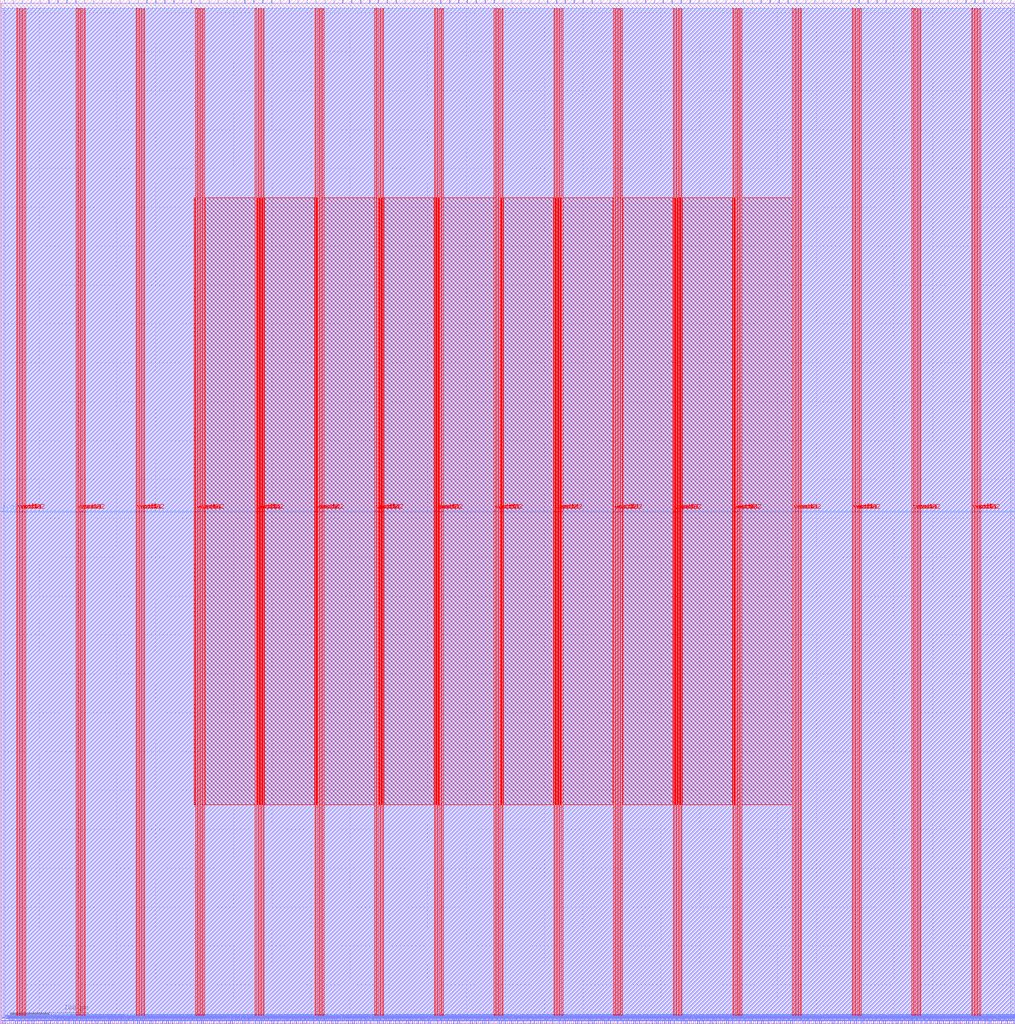
<source format=lef>
VERSION 5.7 ;
  NOWIREEXTENSIONATPIN ON ;
  DIVIDERCHAR "/" ;
  BUSBITCHARS "[]" ;
MACRO axi_dma
  CLASS BLOCK ;
  FOREIGN axi_dma ;
  ORIGIN 0.000 0.000 ;
  SIZE 1305.955 BY 1316.675 ;
  PIN io_in[0]
    DIRECTION INPUT ;
    USE SIGNAL ;
    PORT
      LAYER met2 ;
        RECT 5.610 1312.675 5.890 1316.675 ;
    END
  END io_in[0]
  PIN io_in[10]
    DIRECTION INPUT ;
    USE SIGNAL ;
    PORT
      LAYER met2 ;
        RECT 349.230 1312.675 349.510 1316.675 ;
    END
  END io_in[10]
  PIN io_in[11]
    DIRECTION INPUT ;
    USE SIGNAL ;
    PORT
      LAYER met2 ;
        RECT 383.270 1312.675 383.550 1316.675 ;
    END
  END io_in[11]
  PIN io_in[12]
    DIRECTION INPUT ;
    USE SIGNAL ;
    PORT
      LAYER met2 ;
        RECT 417.770 1312.675 418.050 1316.675 ;
    END
  END io_in[12]
  PIN io_in[13]
    DIRECTION INPUT ;
    USE SIGNAL ;
    PORT
      LAYER met2 ;
        RECT 452.270 1312.675 452.550 1316.675 ;
    END
  END io_in[13]
  PIN io_in[14]
    DIRECTION INPUT ;
    USE SIGNAL ;
    PORT
      LAYER met2 ;
        RECT 486.310 1312.675 486.590 1316.675 ;
    END
  END io_in[14]
  PIN io_in[15]
    DIRECTION INPUT ;
    USE SIGNAL ;
    PORT
      LAYER met2 ;
        RECT 520.810 1312.675 521.090 1316.675 ;
    END
  END io_in[15]
  PIN io_in[16]
    DIRECTION INPUT ;
    USE SIGNAL ;
    PORT
      LAYER met2 ;
        RECT 555.310 1312.675 555.590 1316.675 ;
    END
  END io_in[16]
  PIN io_in[17]
    DIRECTION INPUT ;
    USE SIGNAL ;
    PORT
      LAYER met2 ;
        RECT 589.810 1312.675 590.090 1316.675 ;
    END
  END io_in[17]
  PIN io_in[18]
    DIRECTION INPUT ;
    USE SIGNAL ;
    PORT
      LAYER met2 ;
        RECT 623.850 1312.675 624.130 1316.675 ;
    END
  END io_in[18]
  PIN io_in[19]
    DIRECTION INPUT ;
    USE SIGNAL ;
    PORT
      LAYER met2 ;
        RECT 658.350 1312.675 658.630 1316.675 ;
    END
  END io_in[19]
  PIN io_in[1]
    DIRECTION INPUT ;
    USE SIGNAL ;
    PORT
      LAYER met2 ;
        RECT 39.650 1312.675 39.930 1316.675 ;
    END
  END io_in[1]
  PIN io_in[20]
    DIRECTION INPUT ;
    USE SIGNAL ;
    PORT
      LAYER met2 ;
        RECT 692.850 1312.675 693.130 1316.675 ;
    END
  END io_in[20]
  PIN io_in[21]
    DIRECTION INPUT ;
    USE SIGNAL ;
    PORT
      LAYER met2 ;
        RECT 726.890 1312.675 727.170 1316.675 ;
    END
  END io_in[21]
  PIN io_in[22]
    DIRECTION INPUT ;
    USE SIGNAL ;
    PORT
      LAYER met2 ;
        RECT 761.390 1312.675 761.670 1316.675 ;
    END
  END io_in[22]
  PIN io_in[23]
    DIRECTION INPUT ;
    USE SIGNAL ;
    PORT
      LAYER met2 ;
        RECT 795.890 1312.675 796.170 1316.675 ;
    END
  END io_in[23]
  PIN io_in[24]
    DIRECTION INPUT ;
    USE SIGNAL ;
    PORT
      LAYER met2 ;
        RECT 830.390 1312.675 830.670 1316.675 ;
    END
  END io_in[24]
  PIN io_in[25]
    DIRECTION INPUT ;
    USE SIGNAL ;
    PORT
      LAYER met2 ;
        RECT 864.430 1312.675 864.710 1316.675 ;
    END
  END io_in[25]
  PIN io_in[26]
    DIRECTION INPUT ;
    USE SIGNAL ;
    PORT
      LAYER met2 ;
        RECT 898.930 1312.675 899.210 1316.675 ;
    END
  END io_in[26]
  PIN io_in[27]
    DIRECTION INPUT ;
    USE SIGNAL ;
    PORT
      LAYER met2 ;
        RECT 933.430 1312.675 933.710 1316.675 ;
    END
  END io_in[27]
  PIN io_in[28]
    DIRECTION INPUT ;
    USE SIGNAL ;
    PORT
      LAYER met2 ;
        RECT 967.470 1312.675 967.750 1316.675 ;
    END
  END io_in[28]
  PIN io_in[29]
    DIRECTION INPUT ;
    USE SIGNAL ;
    PORT
      LAYER met2 ;
        RECT 1001.970 1312.675 1002.250 1316.675 ;
    END
  END io_in[29]
  PIN io_in[2]
    DIRECTION INPUT ;
    USE SIGNAL ;
    PORT
      LAYER met2 ;
        RECT 74.150 1312.675 74.430 1316.675 ;
    END
  END io_in[2]
  PIN io_in[30]
    DIRECTION INPUT ;
    USE SIGNAL ;
    PORT
      LAYER met2 ;
        RECT 1036.470 1312.675 1036.750 1316.675 ;
    END
  END io_in[30]
  PIN io_in[31]
    DIRECTION INPUT ;
    USE SIGNAL ;
    PORT
      LAYER met2 ;
        RECT 1070.970 1312.675 1071.250 1316.675 ;
    END
  END io_in[31]
  PIN io_in[32]
    DIRECTION INPUT ;
    USE SIGNAL ;
    PORT
      LAYER met2 ;
        RECT 1105.010 1312.675 1105.290 1316.675 ;
    END
  END io_in[32]
  PIN io_in[33]
    DIRECTION INPUT ;
    USE SIGNAL ;
    PORT
      LAYER met2 ;
        RECT 1139.510 1312.675 1139.790 1316.675 ;
    END
  END io_in[33]
  PIN io_in[34]
    DIRECTION INPUT ;
    USE SIGNAL ;
    PORT
      LAYER met2 ;
        RECT 1174.010 1312.675 1174.290 1316.675 ;
    END
  END io_in[34]
  PIN io_in[35]
    DIRECTION INPUT ;
    USE SIGNAL ;
    PORT
      LAYER met2 ;
        RECT 1208.050 1312.675 1208.330 1316.675 ;
    END
  END io_in[35]
  PIN io_in[36]
    DIRECTION INPUT ;
    USE SIGNAL ;
    PORT
      LAYER met2 ;
        RECT 1242.550 1312.675 1242.830 1316.675 ;
    END
  END io_in[36]
  PIN io_in[37]
    DIRECTION INPUT ;
    USE SIGNAL ;
    PORT
      LAYER met2 ;
        RECT 1277.050 1312.675 1277.330 1316.675 ;
    END
  END io_in[37]
  PIN io_in[3]
    DIRECTION INPUT ;
    USE SIGNAL ;
    PORT
      LAYER met2 ;
        RECT 108.650 1312.675 108.930 1316.675 ;
    END
  END io_in[3]
  PIN io_in[4]
    DIRECTION INPUT ;
    USE SIGNAL ;
    PORT
      LAYER met2 ;
        RECT 142.690 1312.675 142.970 1316.675 ;
    END
  END io_in[4]
  PIN io_in[5]
    DIRECTION INPUT ;
    USE SIGNAL ;
    PORT
      LAYER met2 ;
        RECT 177.190 1312.675 177.470 1316.675 ;
    END
  END io_in[5]
  PIN io_in[6]
    DIRECTION INPUT ;
    USE SIGNAL ;
    PORT
      LAYER met2 ;
        RECT 211.690 1312.675 211.970 1316.675 ;
    END
  END io_in[6]
  PIN io_in[7]
    DIRECTION INPUT ;
    USE SIGNAL ;
    PORT
      LAYER met2 ;
        RECT 245.730 1312.675 246.010 1316.675 ;
    END
  END io_in[7]
  PIN io_in[8]
    DIRECTION INPUT ;
    USE SIGNAL ;
    PORT
      LAYER met2 ;
        RECT 280.230 1312.675 280.510 1316.675 ;
    END
  END io_in[8]
  PIN io_in[9]
    DIRECTION INPUT ;
    USE SIGNAL ;
    PORT
      LAYER met2 ;
        RECT 314.730 1312.675 315.010 1316.675 ;
    END
  END io_in[9]
  PIN io_oeb[0]
    DIRECTION OUTPUT TRISTATE ;
    USE SIGNAL ;
    PORT
      LAYER met2 ;
        RECT 16.650 1312.675 16.930 1316.675 ;
    END
  END io_oeb[0]
  PIN io_oeb[10]
    DIRECTION OUTPUT TRISTATE ;
    USE SIGNAL ;
    PORT
      LAYER met2 ;
        RECT 360.730 1312.675 361.010 1316.675 ;
    END
  END io_oeb[10]
  PIN io_oeb[11]
    DIRECTION OUTPUT TRISTATE ;
    USE SIGNAL ;
    PORT
      LAYER met2 ;
        RECT 394.770 1312.675 395.050 1316.675 ;
    END
  END io_oeb[11]
  PIN io_oeb[12]
    DIRECTION OUTPUT TRISTATE ;
    USE SIGNAL ;
    PORT
      LAYER met2 ;
        RECT 429.270 1312.675 429.550 1316.675 ;
    END
  END io_oeb[12]
  PIN io_oeb[13]
    DIRECTION OUTPUT TRISTATE ;
    USE SIGNAL ;
    PORT
      LAYER met2 ;
        RECT 463.770 1312.675 464.050 1316.675 ;
    END
  END io_oeb[13]
  PIN io_oeb[14]
    DIRECTION OUTPUT TRISTATE ;
    USE SIGNAL ;
    PORT
      LAYER met2 ;
        RECT 497.810 1312.675 498.090 1316.675 ;
    END
  END io_oeb[14]
  PIN io_oeb[15]
    DIRECTION OUTPUT TRISTATE ;
    USE SIGNAL ;
    PORT
      LAYER met2 ;
        RECT 532.310 1312.675 532.590 1316.675 ;
    END
  END io_oeb[15]
  PIN io_oeb[16]
    DIRECTION OUTPUT TRISTATE ;
    USE SIGNAL ;
    PORT
      LAYER met2 ;
        RECT 566.810 1312.675 567.090 1316.675 ;
    END
  END io_oeb[16]
  PIN io_oeb[17]
    DIRECTION OUTPUT TRISTATE ;
    USE SIGNAL ;
    PORT
      LAYER met2 ;
        RECT 600.850 1312.675 601.130 1316.675 ;
    END
  END io_oeb[17]
  PIN io_oeb[18]
    DIRECTION OUTPUT TRISTATE ;
    USE SIGNAL ;
    PORT
      LAYER met2 ;
        RECT 635.350 1312.675 635.630 1316.675 ;
    END
  END io_oeb[18]
  PIN io_oeb[19]
    DIRECTION OUTPUT TRISTATE ;
    USE SIGNAL ;
    PORT
      LAYER met2 ;
        RECT 669.850 1312.675 670.130 1316.675 ;
    END
  END io_oeb[19]
  PIN io_oeb[1]
    DIRECTION OUTPUT TRISTATE ;
    USE SIGNAL ;
    PORT
      LAYER met2 ;
        RECT 51.150 1312.675 51.430 1316.675 ;
    END
  END io_oeb[1]
  PIN io_oeb[20]
    DIRECTION OUTPUT TRISTATE ;
    USE SIGNAL ;
    PORT
      LAYER met2 ;
        RECT 704.350 1312.675 704.630 1316.675 ;
    END
  END io_oeb[20]
  PIN io_oeb[21]
    DIRECTION OUTPUT TRISTATE ;
    USE SIGNAL ;
    PORT
      LAYER met2 ;
        RECT 738.390 1312.675 738.670 1316.675 ;
    END
  END io_oeb[21]
  PIN io_oeb[22]
    DIRECTION OUTPUT TRISTATE ;
    USE SIGNAL ;
    PORT
      LAYER met2 ;
        RECT 772.890 1312.675 773.170 1316.675 ;
    END
  END io_oeb[22]
  PIN io_oeb[23]
    DIRECTION OUTPUT TRISTATE ;
    USE SIGNAL ;
    PORT
      LAYER met2 ;
        RECT 807.390 1312.675 807.670 1316.675 ;
    END
  END io_oeb[23]
  PIN io_oeb[24]
    DIRECTION OUTPUT TRISTATE ;
    USE SIGNAL ;
    PORT
      LAYER met2 ;
        RECT 841.430 1312.675 841.710 1316.675 ;
    END
  END io_oeb[24]
  PIN io_oeb[25]
    DIRECTION OUTPUT TRISTATE ;
    USE SIGNAL ;
    PORT
      LAYER met2 ;
        RECT 875.930 1312.675 876.210 1316.675 ;
    END
  END io_oeb[25]
  PIN io_oeb[26]
    DIRECTION OUTPUT TRISTATE ;
    USE SIGNAL ;
    PORT
      LAYER met2 ;
        RECT 910.430 1312.675 910.710 1316.675 ;
    END
  END io_oeb[26]
  PIN io_oeb[27]
    DIRECTION OUTPUT TRISTATE ;
    USE SIGNAL ;
    PORT
      LAYER met2 ;
        RECT 944.930 1312.675 945.210 1316.675 ;
    END
  END io_oeb[27]
  PIN io_oeb[28]
    DIRECTION OUTPUT TRISTATE ;
    USE SIGNAL ;
    PORT
      LAYER met2 ;
        RECT 978.970 1312.675 979.250 1316.675 ;
    END
  END io_oeb[28]
  PIN io_oeb[29]
    DIRECTION OUTPUT TRISTATE ;
    USE SIGNAL ;
    PORT
      LAYER met2 ;
        RECT 1013.470 1312.675 1013.750 1316.675 ;
    END
  END io_oeb[29]
  PIN io_oeb[2]
    DIRECTION OUTPUT TRISTATE ;
    USE SIGNAL ;
    PORT
      LAYER met2 ;
        RECT 85.650 1312.675 85.930 1316.675 ;
    END
  END io_oeb[2]
  PIN io_oeb[30]
    DIRECTION OUTPUT TRISTATE ;
    USE SIGNAL ;
    PORT
      LAYER met2 ;
        RECT 1047.970 1312.675 1048.250 1316.675 ;
    END
  END io_oeb[30]
  PIN io_oeb[31]
    DIRECTION OUTPUT TRISTATE ;
    USE SIGNAL ;
    PORT
      LAYER met2 ;
        RECT 1082.010 1312.675 1082.290 1316.675 ;
    END
  END io_oeb[31]
  PIN io_oeb[32]
    DIRECTION OUTPUT TRISTATE ;
    USE SIGNAL ;
    PORT
      LAYER met2 ;
        RECT 1116.510 1312.675 1116.790 1316.675 ;
    END
  END io_oeb[32]
  PIN io_oeb[33]
    DIRECTION OUTPUT TRISTATE ;
    USE SIGNAL ;
    PORT
      LAYER met2 ;
        RECT 1151.010 1312.675 1151.290 1316.675 ;
    END
  END io_oeb[33]
  PIN io_oeb[34]
    DIRECTION OUTPUT TRISTATE ;
    USE SIGNAL ;
    PORT
      LAYER met2 ;
        RECT 1185.510 1312.675 1185.790 1316.675 ;
    END
  END io_oeb[34]
  PIN io_oeb[35]
    DIRECTION OUTPUT TRISTATE ;
    USE SIGNAL ;
    PORT
      LAYER met2 ;
        RECT 1219.550 1312.675 1219.830 1316.675 ;
    END
  END io_oeb[35]
  PIN io_oeb[36]
    DIRECTION OUTPUT TRISTATE ;
    USE SIGNAL ;
    PORT
      LAYER met2 ;
        RECT 1254.050 1312.675 1254.330 1316.675 ;
    END
  END io_oeb[36]
  PIN io_oeb[37]
    DIRECTION OUTPUT TRISTATE ;
    USE SIGNAL ;
    PORT
      LAYER met2 ;
        RECT 1288.550 1312.675 1288.830 1316.675 ;
    END
  END io_oeb[37]
  PIN io_oeb[3]
    DIRECTION OUTPUT TRISTATE ;
    USE SIGNAL ;
    PORT
      LAYER met2 ;
        RECT 120.150 1312.675 120.430 1316.675 ;
    END
  END io_oeb[3]
  PIN io_oeb[4]
    DIRECTION OUTPUT TRISTATE ;
    USE SIGNAL ;
    PORT
      LAYER met2 ;
        RECT 154.190 1312.675 154.470 1316.675 ;
    END
  END io_oeb[4]
  PIN io_oeb[5]
    DIRECTION OUTPUT TRISTATE ;
    USE SIGNAL ;
    PORT
      LAYER met2 ;
        RECT 188.690 1312.675 188.970 1316.675 ;
    END
  END io_oeb[5]
  PIN io_oeb[6]
    DIRECTION OUTPUT TRISTATE ;
    USE SIGNAL ;
    PORT
      LAYER met2 ;
        RECT 223.190 1312.675 223.470 1316.675 ;
    END
  END io_oeb[6]
  PIN io_oeb[7]
    DIRECTION OUTPUT TRISTATE ;
    USE SIGNAL ;
    PORT
      LAYER met2 ;
        RECT 257.230 1312.675 257.510 1316.675 ;
    END
  END io_oeb[7]
  PIN io_oeb[8]
    DIRECTION OUTPUT TRISTATE ;
    USE SIGNAL ;
    PORT
      LAYER met2 ;
        RECT 291.730 1312.675 292.010 1316.675 ;
    END
  END io_oeb[8]
  PIN io_oeb[9]
    DIRECTION OUTPUT TRISTATE ;
    USE SIGNAL ;
    PORT
      LAYER met2 ;
        RECT 326.230 1312.675 326.510 1316.675 ;
    END
  END io_oeb[9]
  PIN io_out[0]
    DIRECTION OUTPUT TRISTATE ;
    USE SIGNAL ;
    PORT
      LAYER met2 ;
        RECT 28.150 1312.675 28.430 1316.675 ;
    END
  END io_out[0]
  PIN io_out[10]
    DIRECTION OUTPUT TRISTATE ;
    USE SIGNAL ;
    PORT
      LAYER met2 ;
        RECT 371.770 1312.675 372.050 1316.675 ;
    END
  END io_out[10]
  PIN io_out[11]
    DIRECTION OUTPUT TRISTATE ;
    USE SIGNAL ;
    PORT
      LAYER met2 ;
        RECT 406.270 1312.675 406.550 1316.675 ;
    END
  END io_out[11]
  PIN io_out[12]
    DIRECTION OUTPUT TRISTATE ;
    USE SIGNAL ;
    PORT
      LAYER met2 ;
        RECT 440.770 1312.675 441.050 1316.675 ;
    END
  END io_out[12]
  PIN io_out[13]
    DIRECTION OUTPUT TRISTATE ;
    USE SIGNAL ;
    PORT
      LAYER met2 ;
        RECT 475.270 1312.675 475.550 1316.675 ;
    END
  END io_out[13]
  PIN io_out[14]
    DIRECTION OUTPUT TRISTATE ;
    USE SIGNAL ;
    PORT
      LAYER met2 ;
        RECT 509.310 1312.675 509.590 1316.675 ;
    END
  END io_out[14]
  PIN io_out[15]
    DIRECTION OUTPUT TRISTATE ;
    USE SIGNAL ;
    PORT
      LAYER met2 ;
        RECT 543.810 1312.675 544.090 1316.675 ;
    END
  END io_out[15]
  PIN io_out[16]
    DIRECTION OUTPUT TRISTATE ;
    USE SIGNAL ;
    PORT
      LAYER met2 ;
        RECT 578.310 1312.675 578.590 1316.675 ;
    END
  END io_out[16]
  PIN io_out[17]
    DIRECTION OUTPUT TRISTATE ;
    USE SIGNAL ;
    PORT
      LAYER met2 ;
        RECT 612.350 1312.675 612.630 1316.675 ;
    END
  END io_out[17]
  PIN io_out[18]
    DIRECTION OUTPUT TRISTATE ;
    USE SIGNAL ;
    PORT
      LAYER met2 ;
        RECT 646.850 1312.675 647.130 1316.675 ;
    END
  END io_out[18]
  PIN io_out[19]
    DIRECTION OUTPUT TRISTATE ;
    USE SIGNAL ;
    PORT
      LAYER met2 ;
        RECT 681.350 1312.675 681.630 1316.675 ;
    END
  END io_out[19]
  PIN io_out[1]
    DIRECTION OUTPUT TRISTATE ;
    USE SIGNAL ;
    PORT
      LAYER met2 ;
        RECT 62.650 1312.675 62.930 1316.675 ;
    END
  END io_out[1]
  PIN io_out[20]
    DIRECTION OUTPUT TRISTATE ;
    USE SIGNAL ;
    PORT
      LAYER met2 ;
        RECT 715.850 1312.675 716.130 1316.675 ;
    END
  END io_out[20]
  PIN io_out[21]
    DIRECTION OUTPUT TRISTATE ;
    USE SIGNAL ;
    PORT
      LAYER met2 ;
        RECT 749.890 1312.675 750.170 1316.675 ;
    END
  END io_out[21]
  PIN io_out[22]
    DIRECTION OUTPUT TRISTATE ;
    USE SIGNAL ;
    PORT
      LAYER met2 ;
        RECT 784.390 1312.675 784.670 1316.675 ;
    END
  END io_out[22]
  PIN io_out[23]
    DIRECTION OUTPUT TRISTATE ;
    USE SIGNAL ;
    PORT
      LAYER met2 ;
        RECT 818.890 1312.675 819.170 1316.675 ;
    END
  END io_out[23]
  PIN io_out[24]
    DIRECTION OUTPUT TRISTATE ;
    USE SIGNAL ;
    PORT
      LAYER met2 ;
        RECT 852.930 1312.675 853.210 1316.675 ;
    END
  END io_out[24]
  PIN io_out[25]
    DIRECTION OUTPUT TRISTATE ;
    USE SIGNAL ;
    PORT
      LAYER met2 ;
        RECT 887.430 1312.675 887.710 1316.675 ;
    END
  END io_out[25]
  PIN io_out[26]
    DIRECTION OUTPUT TRISTATE ;
    USE SIGNAL ;
    PORT
      LAYER met2 ;
        RECT 921.930 1312.675 922.210 1316.675 ;
    END
  END io_out[26]
  PIN io_out[27]
    DIRECTION OUTPUT TRISTATE ;
    USE SIGNAL ;
    PORT
      LAYER met2 ;
        RECT 955.970 1312.675 956.250 1316.675 ;
    END
  END io_out[27]
  PIN io_out[28]
    DIRECTION OUTPUT TRISTATE ;
    USE SIGNAL ;
    PORT
      LAYER met2 ;
        RECT 990.470 1312.675 990.750 1316.675 ;
    END
  END io_out[28]
  PIN io_out[29]
    DIRECTION OUTPUT TRISTATE ;
    USE SIGNAL ;
    PORT
      LAYER met2 ;
        RECT 1024.970 1312.675 1025.250 1316.675 ;
    END
  END io_out[29]
  PIN io_out[2]
    DIRECTION OUTPUT TRISTATE ;
    USE SIGNAL ;
    PORT
      LAYER met2 ;
        RECT 97.150 1312.675 97.430 1316.675 ;
    END
  END io_out[2]
  PIN io_out[30]
    DIRECTION OUTPUT TRISTATE ;
    USE SIGNAL ;
    PORT
      LAYER met2 ;
        RECT 1059.470 1312.675 1059.750 1316.675 ;
    END
  END io_out[30]
  PIN io_out[31]
    DIRECTION OUTPUT TRISTATE ;
    USE SIGNAL ;
    PORT
      LAYER met2 ;
        RECT 1093.510 1312.675 1093.790 1316.675 ;
    END
  END io_out[31]
  PIN io_out[32]
    DIRECTION OUTPUT TRISTATE ;
    USE SIGNAL ;
    PORT
      LAYER met2 ;
        RECT 1128.010 1312.675 1128.290 1316.675 ;
    END
  END io_out[32]
  PIN io_out[33]
    DIRECTION OUTPUT TRISTATE ;
    USE SIGNAL ;
    PORT
      LAYER met2 ;
        RECT 1162.510 1312.675 1162.790 1316.675 ;
    END
  END io_out[33]
  PIN io_out[34]
    DIRECTION OUTPUT TRISTATE ;
    USE SIGNAL ;
    PORT
      LAYER met2 ;
        RECT 1196.550 1312.675 1196.830 1316.675 ;
    END
  END io_out[34]
  PIN io_out[35]
    DIRECTION OUTPUT TRISTATE ;
    USE SIGNAL ;
    PORT
      LAYER met2 ;
        RECT 1231.050 1312.675 1231.330 1316.675 ;
    END
  END io_out[35]
  PIN io_out[36]
    DIRECTION OUTPUT TRISTATE ;
    USE SIGNAL ;
    PORT
      LAYER met2 ;
        RECT 1265.550 1312.675 1265.830 1316.675 ;
    END
  END io_out[36]
  PIN io_out[37]
    DIRECTION OUTPUT TRISTATE ;
    USE SIGNAL ;
    PORT
      LAYER met2 ;
        RECT 1300.050 1312.675 1300.330 1316.675 ;
    END
  END io_out[37]
  PIN io_out[3]
    DIRECTION OUTPUT TRISTATE ;
    USE SIGNAL ;
    PORT
      LAYER met2 ;
        RECT 131.190 1312.675 131.470 1316.675 ;
    END
  END io_out[3]
  PIN io_out[4]
    DIRECTION OUTPUT TRISTATE ;
    USE SIGNAL ;
    PORT
      LAYER met2 ;
        RECT 165.690 1312.675 165.970 1316.675 ;
    END
  END io_out[4]
  PIN io_out[5]
    DIRECTION OUTPUT TRISTATE ;
    USE SIGNAL ;
    PORT
      LAYER met2 ;
        RECT 200.190 1312.675 200.470 1316.675 ;
    END
  END io_out[5]
  PIN io_out[6]
    DIRECTION OUTPUT TRISTATE ;
    USE SIGNAL ;
    PORT
      LAYER met2 ;
        RECT 234.690 1312.675 234.970 1316.675 ;
    END
  END io_out[6]
  PIN io_out[7]
    DIRECTION OUTPUT TRISTATE ;
    USE SIGNAL ;
    PORT
      LAYER met2 ;
        RECT 268.730 1312.675 269.010 1316.675 ;
    END
  END io_out[7]
  PIN io_out[8]
    DIRECTION OUTPUT TRISTATE ;
    USE SIGNAL ;
    PORT
      LAYER met2 ;
        RECT 303.230 1312.675 303.510 1316.675 ;
    END
  END io_out[8]
  PIN io_out[9]
    DIRECTION OUTPUT TRISTATE ;
    USE SIGNAL ;
    PORT
      LAYER met2 ;
        RECT 337.730 1312.675 338.010 1316.675 ;
    END
  END io_out[9]
  PIN irq[0]
    DIRECTION OUTPUT TRISTATE ;
    USE SIGNAL ;
    PORT
      LAYER met3 ;
        RECT 0.000 658.280 4.000 658.880 ;
    END
  END irq[0]
  PIN irq[1]
    DIRECTION OUTPUT TRISTATE ;
    USE SIGNAL ;
    PORT
      LAYER met2 ;
        RECT 1304.190 0.000 1304.470 4.000 ;
    END
  END irq[1]
  PIN irq[2]
    DIRECTION OUTPUT TRISTATE ;
    USE SIGNAL ;
    PORT
      LAYER met3 ;
        RECT 1301.955 658.280 1305.955 658.880 ;
    END
  END irq[2]
  PIN la_data_in[0]
    DIRECTION INPUT ;
    USE SIGNAL ;
    PORT
      LAYER met2 ;
        RECT 282.530 0.000 282.810 4.000 ;
    END
  END la_data_in[0]
  PIN la_data_in[100]
    DIRECTION INPUT ;
    USE SIGNAL ;
    PORT
      LAYER met2 ;
        RECT 1080.630 0.000 1080.910 4.000 ;
    END
  END la_data_in[100]
  PIN la_data_in[101]
    DIRECTION INPUT ;
    USE SIGNAL ;
    PORT
      LAYER met2 ;
        RECT 1088.450 0.000 1088.730 4.000 ;
    END
  END la_data_in[101]
  PIN la_data_in[102]
    DIRECTION INPUT ;
    USE SIGNAL ;
    PORT
      LAYER met2 ;
        RECT 1096.730 0.000 1097.010 4.000 ;
    END
  END la_data_in[102]
  PIN la_data_in[103]
    DIRECTION INPUT ;
    USE SIGNAL ;
    PORT
      LAYER met2 ;
        RECT 1104.550 0.000 1104.830 4.000 ;
    END
  END la_data_in[103]
  PIN la_data_in[104]
    DIRECTION INPUT ;
    USE SIGNAL ;
    PORT
      LAYER met2 ;
        RECT 1112.370 0.000 1112.650 4.000 ;
    END
  END la_data_in[104]
  PIN la_data_in[105]
    DIRECTION INPUT ;
    USE SIGNAL ;
    PORT
      LAYER met2 ;
        RECT 1120.650 0.000 1120.930 4.000 ;
    END
  END la_data_in[105]
  PIN la_data_in[106]
    DIRECTION INPUT ;
    USE SIGNAL ;
    PORT
      LAYER met2 ;
        RECT 1128.470 0.000 1128.750 4.000 ;
    END
  END la_data_in[106]
  PIN la_data_in[107]
    DIRECTION INPUT ;
    USE SIGNAL ;
    PORT
      LAYER met2 ;
        RECT 1136.290 0.000 1136.570 4.000 ;
    END
  END la_data_in[107]
  PIN la_data_in[108]
    DIRECTION INPUT ;
    USE SIGNAL ;
    PORT
      LAYER met2 ;
        RECT 1144.570 0.000 1144.850 4.000 ;
    END
  END la_data_in[108]
  PIN la_data_in[109]
    DIRECTION INPUT ;
    USE SIGNAL ;
    PORT
      LAYER met2 ;
        RECT 1152.390 0.000 1152.670 4.000 ;
    END
  END la_data_in[109]
  PIN la_data_in[10]
    DIRECTION INPUT ;
    USE SIGNAL ;
    PORT
      LAYER met2 ;
        RECT 362.570 0.000 362.850 4.000 ;
    END
  END la_data_in[10]
  PIN la_data_in[110]
    DIRECTION INPUT ;
    USE SIGNAL ;
    PORT
      LAYER met2 ;
        RECT 1160.210 0.000 1160.490 4.000 ;
    END
  END la_data_in[110]
  PIN la_data_in[111]
    DIRECTION INPUT ;
    USE SIGNAL ;
    PORT
      LAYER met2 ;
        RECT 1168.490 0.000 1168.770 4.000 ;
    END
  END la_data_in[111]
  PIN la_data_in[112]
    DIRECTION INPUT ;
    USE SIGNAL ;
    PORT
      LAYER met2 ;
        RECT 1176.310 0.000 1176.590 4.000 ;
    END
  END la_data_in[112]
  PIN la_data_in[113]
    DIRECTION INPUT ;
    USE SIGNAL ;
    PORT
      LAYER met2 ;
        RECT 1184.590 0.000 1184.870 4.000 ;
    END
  END la_data_in[113]
  PIN la_data_in[114]
    DIRECTION INPUT ;
    USE SIGNAL ;
    PORT
      LAYER met2 ;
        RECT 1192.410 0.000 1192.690 4.000 ;
    END
  END la_data_in[114]
  PIN la_data_in[115]
    DIRECTION INPUT ;
    USE SIGNAL ;
    PORT
      LAYER met2 ;
        RECT 1200.230 0.000 1200.510 4.000 ;
    END
  END la_data_in[115]
  PIN la_data_in[116]
    DIRECTION INPUT ;
    USE SIGNAL ;
    PORT
      LAYER met2 ;
        RECT 1208.510 0.000 1208.790 4.000 ;
    END
  END la_data_in[116]
  PIN la_data_in[117]
    DIRECTION INPUT ;
    USE SIGNAL ;
    PORT
      LAYER met2 ;
        RECT 1216.330 0.000 1216.610 4.000 ;
    END
  END la_data_in[117]
  PIN la_data_in[118]
    DIRECTION INPUT ;
    USE SIGNAL ;
    PORT
      LAYER met2 ;
        RECT 1224.150 0.000 1224.430 4.000 ;
    END
  END la_data_in[118]
  PIN la_data_in[119]
    DIRECTION INPUT ;
    USE SIGNAL ;
    PORT
      LAYER met2 ;
        RECT 1232.430 0.000 1232.710 4.000 ;
    END
  END la_data_in[119]
  PIN la_data_in[11]
    DIRECTION INPUT ;
    USE SIGNAL ;
    PORT
      LAYER met2 ;
        RECT 370.390 0.000 370.670 4.000 ;
    END
  END la_data_in[11]
  PIN la_data_in[120]
    DIRECTION INPUT ;
    USE SIGNAL ;
    PORT
      LAYER met2 ;
        RECT 1240.250 0.000 1240.530 4.000 ;
    END
  END la_data_in[120]
  PIN la_data_in[121]
    DIRECTION INPUT ;
    USE SIGNAL ;
    PORT
      LAYER met2 ;
        RECT 1248.070 0.000 1248.350 4.000 ;
    END
  END la_data_in[121]
  PIN la_data_in[122]
    DIRECTION INPUT ;
    USE SIGNAL ;
    PORT
      LAYER met2 ;
        RECT 1256.350 0.000 1256.630 4.000 ;
    END
  END la_data_in[122]
  PIN la_data_in[123]
    DIRECTION INPUT ;
    USE SIGNAL ;
    PORT
      LAYER met2 ;
        RECT 1264.170 0.000 1264.450 4.000 ;
    END
  END la_data_in[123]
  PIN la_data_in[124]
    DIRECTION INPUT ;
    USE SIGNAL ;
    PORT
      LAYER met2 ;
        RECT 1271.990 0.000 1272.270 4.000 ;
    END
  END la_data_in[124]
  PIN la_data_in[125]
    DIRECTION INPUT ;
    USE SIGNAL ;
    PORT
      LAYER met2 ;
        RECT 1280.270 0.000 1280.550 4.000 ;
    END
  END la_data_in[125]
  PIN la_data_in[126]
    DIRECTION INPUT ;
    USE SIGNAL ;
    PORT
      LAYER met2 ;
        RECT 1288.090 0.000 1288.370 4.000 ;
    END
  END la_data_in[126]
  PIN la_data_in[127]
    DIRECTION INPUT ;
    USE SIGNAL ;
    PORT
      LAYER met2 ;
        RECT 1295.910 0.000 1296.190 4.000 ;
    END
  END la_data_in[127]
  PIN la_data_in[12]
    DIRECTION INPUT ;
    USE SIGNAL ;
    PORT
      LAYER met2 ;
        RECT 378.670 0.000 378.950 4.000 ;
    END
  END la_data_in[12]
  PIN la_data_in[13]
    DIRECTION INPUT ;
    USE SIGNAL ;
    PORT
      LAYER met2 ;
        RECT 386.490 0.000 386.770 4.000 ;
    END
  END la_data_in[13]
  PIN la_data_in[14]
    DIRECTION INPUT ;
    USE SIGNAL ;
    PORT
      LAYER met2 ;
        RECT 394.310 0.000 394.590 4.000 ;
    END
  END la_data_in[14]
  PIN la_data_in[15]
    DIRECTION INPUT ;
    USE SIGNAL ;
    PORT
      LAYER met2 ;
        RECT 402.590 0.000 402.870 4.000 ;
    END
  END la_data_in[15]
  PIN la_data_in[16]
    DIRECTION INPUT ;
    USE SIGNAL ;
    PORT
      LAYER met2 ;
        RECT 410.410 0.000 410.690 4.000 ;
    END
  END la_data_in[16]
  PIN la_data_in[17]
    DIRECTION INPUT ;
    USE SIGNAL ;
    PORT
      LAYER met2 ;
        RECT 418.230 0.000 418.510 4.000 ;
    END
  END la_data_in[17]
  PIN la_data_in[18]
    DIRECTION INPUT ;
    USE SIGNAL ;
    PORT
      LAYER met2 ;
        RECT 426.510 0.000 426.790 4.000 ;
    END
  END la_data_in[18]
  PIN la_data_in[19]
    DIRECTION INPUT ;
    USE SIGNAL ;
    PORT
      LAYER met2 ;
        RECT 434.330 0.000 434.610 4.000 ;
    END
  END la_data_in[19]
  PIN la_data_in[1]
    DIRECTION INPUT ;
    USE SIGNAL ;
    PORT
      LAYER met2 ;
        RECT 290.810 0.000 291.090 4.000 ;
    END
  END la_data_in[1]
  PIN la_data_in[20]
    DIRECTION INPUT ;
    USE SIGNAL ;
    PORT
      LAYER met2 ;
        RECT 442.150 0.000 442.430 4.000 ;
    END
  END la_data_in[20]
  PIN la_data_in[21]
    DIRECTION INPUT ;
    USE SIGNAL ;
    PORT
      LAYER met2 ;
        RECT 450.430 0.000 450.710 4.000 ;
    END
  END la_data_in[21]
  PIN la_data_in[22]
    DIRECTION INPUT ;
    USE SIGNAL ;
    PORT
      LAYER met2 ;
        RECT 458.250 0.000 458.530 4.000 ;
    END
  END la_data_in[22]
  PIN la_data_in[23]
    DIRECTION INPUT ;
    USE SIGNAL ;
    PORT
      LAYER met2 ;
        RECT 466.070 0.000 466.350 4.000 ;
    END
  END la_data_in[23]
  PIN la_data_in[24]
    DIRECTION INPUT ;
    USE SIGNAL ;
    PORT
      LAYER met2 ;
        RECT 474.350 0.000 474.630 4.000 ;
    END
  END la_data_in[24]
  PIN la_data_in[25]
    DIRECTION INPUT ;
    USE SIGNAL ;
    PORT
      LAYER met2 ;
        RECT 482.170 0.000 482.450 4.000 ;
    END
  END la_data_in[25]
  PIN la_data_in[26]
    DIRECTION INPUT ;
    USE SIGNAL ;
    PORT
      LAYER met2 ;
        RECT 489.990 0.000 490.270 4.000 ;
    END
  END la_data_in[26]
  PIN la_data_in[27]
    DIRECTION INPUT ;
    USE SIGNAL ;
    PORT
      LAYER met2 ;
        RECT 498.270 0.000 498.550 4.000 ;
    END
  END la_data_in[27]
  PIN la_data_in[28]
    DIRECTION INPUT ;
    USE SIGNAL ;
    PORT
      LAYER met2 ;
        RECT 506.090 0.000 506.370 4.000 ;
    END
  END la_data_in[28]
  PIN la_data_in[29]
    DIRECTION INPUT ;
    USE SIGNAL ;
    PORT
      LAYER met2 ;
        RECT 513.910 0.000 514.190 4.000 ;
    END
  END la_data_in[29]
  PIN la_data_in[2]
    DIRECTION INPUT ;
    USE SIGNAL ;
    PORT
      LAYER met2 ;
        RECT 298.630 0.000 298.910 4.000 ;
    END
  END la_data_in[2]
  PIN la_data_in[30]
    DIRECTION INPUT ;
    USE SIGNAL ;
    PORT
      LAYER met2 ;
        RECT 522.190 0.000 522.470 4.000 ;
    END
  END la_data_in[30]
  PIN la_data_in[31]
    DIRECTION INPUT ;
    USE SIGNAL ;
    PORT
      LAYER met2 ;
        RECT 530.010 0.000 530.290 4.000 ;
    END
  END la_data_in[31]
  PIN la_data_in[32]
    DIRECTION INPUT ;
    USE SIGNAL ;
    PORT
      LAYER met2 ;
        RECT 537.830 0.000 538.110 4.000 ;
    END
  END la_data_in[32]
  PIN la_data_in[33]
    DIRECTION INPUT ;
    USE SIGNAL ;
    PORT
      LAYER met2 ;
        RECT 546.110 0.000 546.390 4.000 ;
    END
  END la_data_in[33]
  PIN la_data_in[34]
    DIRECTION INPUT ;
    USE SIGNAL ;
    PORT
      LAYER met2 ;
        RECT 553.930 0.000 554.210 4.000 ;
    END
  END la_data_in[34]
  PIN la_data_in[35]
    DIRECTION INPUT ;
    USE SIGNAL ;
    PORT
      LAYER met2 ;
        RECT 562.210 0.000 562.490 4.000 ;
    END
  END la_data_in[35]
  PIN la_data_in[36]
    DIRECTION INPUT ;
    USE SIGNAL ;
    PORT
      LAYER met2 ;
        RECT 570.030 0.000 570.310 4.000 ;
    END
  END la_data_in[36]
  PIN la_data_in[37]
    DIRECTION INPUT ;
    USE SIGNAL ;
    PORT
      LAYER met2 ;
        RECT 577.850 0.000 578.130 4.000 ;
    END
  END la_data_in[37]
  PIN la_data_in[38]
    DIRECTION INPUT ;
    USE SIGNAL ;
    PORT
      LAYER met2 ;
        RECT 586.130 0.000 586.410 4.000 ;
    END
  END la_data_in[38]
  PIN la_data_in[39]
    DIRECTION INPUT ;
    USE SIGNAL ;
    PORT
      LAYER met2 ;
        RECT 593.950 0.000 594.230 4.000 ;
    END
  END la_data_in[39]
  PIN la_data_in[3]
    DIRECTION INPUT ;
    USE SIGNAL ;
    PORT
      LAYER met2 ;
        RECT 306.450 0.000 306.730 4.000 ;
    END
  END la_data_in[3]
  PIN la_data_in[40]
    DIRECTION INPUT ;
    USE SIGNAL ;
    PORT
      LAYER met2 ;
        RECT 601.770 0.000 602.050 4.000 ;
    END
  END la_data_in[40]
  PIN la_data_in[41]
    DIRECTION INPUT ;
    USE SIGNAL ;
    PORT
      LAYER met2 ;
        RECT 610.050 0.000 610.330 4.000 ;
    END
  END la_data_in[41]
  PIN la_data_in[42]
    DIRECTION INPUT ;
    USE SIGNAL ;
    PORT
      LAYER met2 ;
        RECT 617.870 0.000 618.150 4.000 ;
    END
  END la_data_in[42]
  PIN la_data_in[43]
    DIRECTION INPUT ;
    USE SIGNAL ;
    PORT
      LAYER met2 ;
        RECT 625.690 0.000 625.970 4.000 ;
    END
  END la_data_in[43]
  PIN la_data_in[44]
    DIRECTION INPUT ;
    USE SIGNAL ;
    PORT
      LAYER met2 ;
        RECT 633.970 0.000 634.250 4.000 ;
    END
  END la_data_in[44]
  PIN la_data_in[45]
    DIRECTION INPUT ;
    USE SIGNAL ;
    PORT
      LAYER met2 ;
        RECT 641.790 0.000 642.070 4.000 ;
    END
  END la_data_in[45]
  PIN la_data_in[46]
    DIRECTION INPUT ;
    USE SIGNAL ;
    PORT
      LAYER met2 ;
        RECT 649.610 0.000 649.890 4.000 ;
    END
  END la_data_in[46]
  PIN la_data_in[47]
    DIRECTION INPUT ;
    USE SIGNAL ;
    PORT
      LAYER met2 ;
        RECT 657.890 0.000 658.170 4.000 ;
    END
  END la_data_in[47]
  PIN la_data_in[48]
    DIRECTION INPUT ;
    USE SIGNAL ;
    PORT
      LAYER met2 ;
        RECT 665.710 0.000 665.990 4.000 ;
    END
  END la_data_in[48]
  PIN la_data_in[49]
    DIRECTION INPUT ;
    USE SIGNAL ;
    PORT
      LAYER met2 ;
        RECT 673.530 0.000 673.810 4.000 ;
    END
  END la_data_in[49]
  PIN la_data_in[4]
    DIRECTION INPUT ;
    USE SIGNAL ;
    PORT
      LAYER met2 ;
        RECT 314.730 0.000 315.010 4.000 ;
    END
  END la_data_in[4]
  PIN la_data_in[50]
    DIRECTION INPUT ;
    USE SIGNAL ;
    PORT
      LAYER met2 ;
        RECT 681.810 0.000 682.090 4.000 ;
    END
  END la_data_in[50]
  PIN la_data_in[51]
    DIRECTION INPUT ;
    USE SIGNAL ;
    PORT
      LAYER met2 ;
        RECT 689.630 0.000 689.910 4.000 ;
    END
  END la_data_in[51]
  PIN la_data_in[52]
    DIRECTION INPUT ;
    USE SIGNAL ;
    PORT
      LAYER met2 ;
        RECT 697.450 0.000 697.730 4.000 ;
    END
  END la_data_in[52]
  PIN la_data_in[53]
    DIRECTION INPUT ;
    USE SIGNAL ;
    PORT
      LAYER met2 ;
        RECT 705.730 0.000 706.010 4.000 ;
    END
  END la_data_in[53]
  PIN la_data_in[54]
    DIRECTION INPUT ;
    USE SIGNAL ;
    PORT
      LAYER met2 ;
        RECT 713.550 0.000 713.830 4.000 ;
    END
  END la_data_in[54]
  PIN la_data_in[55]
    DIRECTION INPUT ;
    USE SIGNAL ;
    PORT
      LAYER met2 ;
        RECT 721.370 0.000 721.650 4.000 ;
    END
  END la_data_in[55]
  PIN la_data_in[56]
    DIRECTION INPUT ;
    USE SIGNAL ;
    PORT
      LAYER met2 ;
        RECT 729.650 0.000 729.930 4.000 ;
    END
  END la_data_in[56]
  PIN la_data_in[57]
    DIRECTION INPUT ;
    USE SIGNAL ;
    PORT
      LAYER met2 ;
        RECT 737.470 0.000 737.750 4.000 ;
    END
  END la_data_in[57]
  PIN la_data_in[58]
    DIRECTION INPUT ;
    USE SIGNAL ;
    PORT
      LAYER met2 ;
        RECT 745.290 0.000 745.570 4.000 ;
    END
  END la_data_in[58]
  PIN la_data_in[59]
    DIRECTION INPUT ;
    USE SIGNAL ;
    PORT
      LAYER met2 ;
        RECT 753.570 0.000 753.850 4.000 ;
    END
  END la_data_in[59]
  PIN la_data_in[5]
    DIRECTION INPUT ;
    USE SIGNAL ;
    PORT
      LAYER met2 ;
        RECT 322.550 0.000 322.830 4.000 ;
    END
  END la_data_in[5]
  PIN la_data_in[60]
    DIRECTION INPUT ;
    USE SIGNAL ;
    PORT
      LAYER met2 ;
        RECT 761.390 0.000 761.670 4.000 ;
    END
  END la_data_in[60]
  PIN la_data_in[61]
    DIRECTION INPUT ;
    USE SIGNAL ;
    PORT
      LAYER met2 ;
        RECT 769.670 0.000 769.950 4.000 ;
    END
  END la_data_in[61]
  PIN la_data_in[62]
    DIRECTION INPUT ;
    USE SIGNAL ;
    PORT
      LAYER met2 ;
        RECT 777.490 0.000 777.770 4.000 ;
    END
  END la_data_in[62]
  PIN la_data_in[63]
    DIRECTION INPUT ;
    USE SIGNAL ;
    PORT
      LAYER met2 ;
        RECT 785.310 0.000 785.590 4.000 ;
    END
  END la_data_in[63]
  PIN la_data_in[64]
    DIRECTION INPUT ;
    USE SIGNAL ;
    PORT
      LAYER met2 ;
        RECT 793.590 0.000 793.870 4.000 ;
    END
  END la_data_in[64]
  PIN la_data_in[65]
    DIRECTION INPUT ;
    USE SIGNAL ;
    PORT
      LAYER met2 ;
        RECT 801.410 0.000 801.690 4.000 ;
    END
  END la_data_in[65]
  PIN la_data_in[66]
    DIRECTION INPUT ;
    USE SIGNAL ;
    PORT
      LAYER met2 ;
        RECT 809.230 0.000 809.510 4.000 ;
    END
  END la_data_in[66]
  PIN la_data_in[67]
    DIRECTION INPUT ;
    USE SIGNAL ;
    PORT
      LAYER met2 ;
        RECT 817.510 0.000 817.790 4.000 ;
    END
  END la_data_in[67]
  PIN la_data_in[68]
    DIRECTION INPUT ;
    USE SIGNAL ;
    PORT
      LAYER met2 ;
        RECT 825.330 0.000 825.610 4.000 ;
    END
  END la_data_in[68]
  PIN la_data_in[69]
    DIRECTION INPUT ;
    USE SIGNAL ;
    PORT
      LAYER met2 ;
        RECT 833.150 0.000 833.430 4.000 ;
    END
  END la_data_in[69]
  PIN la_data_in[6]
    DIRECTION INPUT ;
    USE SIGNAL ;
    PORT
      LAYER met2 ;
        RECT 330.370 0.000 330.650 4.000 ;
    END
  END la_data_in[6]
  PIN la_data_in[70]
    DIRECTION INPUT ;
    USE SIGNAL ;
    PORT
      LAYER met2 ;
        RECT 841.430 0.000 841.710 4.000 ;
    END
  END la_data_in[70]
  PIN la_data_in[71]
    DIRECTION INPUT ;
    USE SIGNAL ;
    PORT
      LAYER met2 ;
        RECT 849.250 0.000 849.530 4.000 ;
    END
  END la_data_in[71]
  PIN la_data_in[72]
    DIRECTION INPUT ;
    USE SIGNAL ;
    PORT
      LAYER met2 ;
        RECT 857.070 0.000 857.350 4.000 ;
    END
  END la_data_in[72]
  PIN la_data_in[73]
    DIRECTION INPUT ;
    USE SIGNAL ;
    PORT
      LAYER met2 ;
        RECT 865.350 0.000 865.630 4.000 ;
    END
  END la_data_in[73]
  PIN la_data_in[74]
    DIRECTION INPUT ;
    USE SIGNAL ;
    PORT
      LAYER met2 ;
        RECT 873.170 0.000 873.450 4.000 ;
    END
  END la_data_in[74]
  PIN la_data_in[75]
    DIRECTION INPUT ;
    USE SIGNAL ;
    PORT
      LAYER met2 ;
        RECT 880.990 0.000 881.270 4.000 ;
    END
  END la_data_in[75]
  PIN la_data_in[76]
    DIRECTION INPUT ;
    USE SIGNAL ;
    PORT
      LAYER met2 ;
        RECT 889.270 0.000 889.550 4.000 ;
    END
  END la_data_in[76]
  PIN la_data_in[77]
    DIRECTION INPUT ;
    USE SIGNAL ;
    PORT
      LAYER met2 ;
        RECT 897.090 0.000 897.370 4.000 ;
    END
  END la_data_in[77]
  PIN la_data_in[78]
    DIRECTION INPUT ;
    USE SIGNAL ;
    PORT
      LAYER met2 ;
        RECT 904.910 0.000 905.190 4.000 ;
    END
  END la_data_in[78]
  PIN la_data_in[79]
    DIRECTION INPUT ;
    USE SIGNAL ;
    PORT
      LAYER met2 ;
        RECT 913.190 0.000 913.470 4.000 ;
    END
  END la_data_in[79]
  PIN la_data_in[7]
    DIRECTION INPUT ;
    USE SIGNAL ;
    PORT
      LAYER met2 ;
        RECT 338.650 0.000 338.930 4.000 ;
    END
  END la_data_in[7]
  PIN la_data_in[80]
    DIRECTION INPUT ;
    USE SIGNAL ;
    PORT
      LAYER met2 ;
        RECT 921.010 0.000 921.290 4.000 ;
    END
  END la_data_in[80]
  PIN la_data_in[81]
    DIRECTION INPUT ;
    USE SIGNAL ;
    PORT
      LAYER met2 ;
        RECT 928.830 0.000 929.110 4.000 ;
    END
  END la_data_in[81]
  PIN la_data_in[82]
    DIRECTION INPUT ;
    USE SIGNAL ;
    PORT
      LAYER met2 ;
        RECT 937.110 0.000 937.390 4.000 ;
    END
  END la_data_in[82]
  PIN la_data_in[83]
    DIRECTION INPUT ;
    USE SIGNAL ;
    PORT
      LAYER met2 ;
        RECT 944.930 0.000 945.210 4.000 ;
    END
  END la_data_in[83]
  PIN la_data_in[84]
    DIRECTION INPUT ;
    USE SIGNAL ;
    PORT
      LAYER met2 ;
        RECT 952.750 0.000 953.030 4.000 ;
    END
  END la_data_in[84]
  PIN la_data_in[85]
    DIRECTION INPUT ;
    USE SIGNAL ;
    PORT
      LAYER met2 ;
        RECT 961.030 0.000 961.310 4.000 ;
    END
  END la_data_in[85]
  PIN la_data_in[86]
    DIRECTION INPUT ;
    USE SIGNAL ;
    PORT
      LAYER met2 ;
        RECT 968.850 0.000 969.130 4.000 ;
    END
  END la_data_in[86]
  PIN la_data_in[87]
    DIRECTION INPUT ;
    USE SIGNAL ;
    PORT
      LAYER met2 ;
        RECT 977.130 0.000 977.410 4.000 ;
    END
  END la_data_in[87]
  PIN la_data_in[88]
    DIRECTION INPUT ;
    USE SIGNAL ;
    PORT
      LAYER met2 ;
        RECT 984.950 0.000 985.230 4.000 ;
    END
  END la_data_in[88]
  PIN la_data_in[89]
    DIRECTION INPUT ;
    USE SIGNAL ;
    PORT
      LAYER met2 ;
        RECT 992.770 0.000 993.050 4.000 ;
    END
  END la_data_in[89]
  PIN la_data_in[8]
    DIRECTION INPUT ;
    USE SIGNAL ;
    PORT
      LAYER met2 ;
        RECT 346.470 0.000 346.750 4.000 ;
    END
  END la_data_in[8]
  PIN la_data_in[90]
    DIRECTION INPUT ;
    USE SIGNAL ;
    PORT
      LAYER met2 ;
        RECT 1001.050 0.000 1001.330 4.000 ;
    END
  END la_data_in[90]
  PIN la_data_in[91]
    DIRECTION INPUT ;
    USE SIGNAL ;
    PORT
      LAYER met2 ;
        RECT 1008.870 0.000 1009.150 4.000 ;
    END
  END la_data_in[91]
  PIN la_data_in[92]
    DIRECTION INPUT ;
    USE SIGNAL ;
    PORT
      LAYER met2 ;
        RECT 1016.690 0.000 1016.970 4.000 ;
    END
  END la_data_in[92]
  PIN la_data_in[93]
    DIRECTION INPUT ;
    USE SIGNAL ;
    PORT
      LAYER met2 ;
        RECT 1024.970 0.000 1025.250 4.000 ;
    END
  END la_data_in[93]
  PIN la_data_in[94]
    DIRECTION INPUT ;
    USE SIGNAL ;
    PORT
      LAYER met2 ;
        RECT 1032.790 0.000 1033.070 4.000 ;
    END
  END la_data_in[94]
  PIN la_data_in[95]
    DIRECTION INPUT ;
    USE SIGNAL ;
    PORT
      LAYER met2 ;
        RECT 1040.610 0.000 1040.890 4.000 ;
    END
  END la_data_in[95]
  PIN la_data_in[96]
    DIRECTION INPUT ;
    USE SIGNAL ;
    PORT
      LAYER met2 ;
        RECT 1048.890 0.000 1049.170 4.000 ;
    END
  END la_data_in[96]
  PIN la_data_in[97]
    DIRECTION INPUT ;
    USE SIGNAL ;
    PORT
      LAYER met2 ;
        RECT 1056.710 0.000 1056.990 4.000 ;
    END
  END la_data_in[97]
  PIN la_data_in[98]
    DIRECTION INPUT ;
    USE SIGNAL ;
    PORT
      LAYER met2 ;
        RECT 1064.530 0.000 1064.810 4.000 ;
    END
  END la_data_in[98]
  PIN la_data_in[99]
    DIRECTION INPUT ;
    USE SIGNAL ;
    PORT
      LAYER met2 ;
        RECT 1072.810 0.000 1073.090 4.000 ;
    END
  END la_data_in[99]
  PIN la_data_in[9]
    DIRECTION INPUT ;
    USE SIGNAL ;
    PORT
      LAYER met2 ;
        RECT 354.750 0.000 355.030 4.000 ;
    END
  END la_data_in[9]
  PIN la_data_out[0]
    DIRECTION OUTPUT TRISTATE ;
    USE SIGNAL ;
    PORT
      LAYER met2 ;
        RECT 285.290 0.000 285.570 4.000 ;
    END
  END la_data_out[0]
  PIN la_data_out[100]
    DIRECTION OUTPUT TRISTATE ;
    USE SIGNAL ;
    PORT
      LAYER met2 ;
        RECT 1083.390 0.000 1083.670 4.000 ;
    END
  END la_data_out[100]
  PIN la_data_out[101]
    DIRECTION OUTPUT TRISTATE ;
    USE SIGNAL ;
    PORT
      LAYER met2 ;
        RECT 1091.210 0.000 1091.490 4.000 ;
    END
  END la_data_out[101]
  PIN la_data_out[102]
    DIRECTION OUTPUT TRISTATE ;
    USE SIGNAL ;
    PORT
      LAYER met2 ;
        RECT 1099.030 0.000 1099.310 4.000 ;
    END
  END la_data_out[102]
  PIN la_data_out[103]
    DIRECTION OUTPUT TRISTATE ;
    USE SIGNAL ;
    PORT
      LAYER met2 ;
        RECT 1107.310 0.000 1107.590 4.000 ;
    END
  END la_data_out[103]
  PIN la_data_out[104]
    DIRECTION OUTPUT TRISTATE ;
    USE SIGNAL ;
    PORT
      LAYER met2 ;
        RECT 1115.130 0.000 1115.410 4.000 ;
    END
  END la_data_out[104]
  PIN la_data_out[105]
    DIRECTION OUTPUT TRISTATE ;
    USE SIGNAL ;
    PORT
      LAYER met2 ;
        RECT 1123.410 0.000 1123.690 4.000 ;
    END
  END la_data_out[105]
  PIN la_data_out[106]
    DIRECTION OUTPUT TRISTATE ;
    USE SIGNAL ;
    PORT
      LAYER met2 ;
        RECT 1131.230 0.000 1131.510 4.000 ;
    END
  END la_data_out[106]
  PIN la_data_out[107]
    DIRECTION OUTPUT TRISTATE ;
    USE SIGNAL ;
    PORT
      LAYER met2 ;
        RECT 1139.050 0.000 1139.330 4.000 ;
    END
  END la_data_out[107]
  PIN la_data_out[108]
    DIRECTION OUTPUT TRISTATE ;
    USE SIGNAL ;
    PORT
      LAYER met2 ;
        RECT 1147.330 0.000 1147.610 4.000 ;
    END
  END la_data_out[108]
  PIN la_data_out[109]
    DIRECTION OUTPUT TRISTATE ;
    USE SIGNAL ;
    PORT
      LAYER met2 ;
        RECT 1155.150 0.000 1155.430 4.000 ;
    END
  END la_data_out[109]
  PIN la_data_out[10]
    DIRECTION OUTPUT TRISTATE ;
    USE SIGNAL ;
    PORT
      LAYER met2 ;
        RECT 365.330 0.000 365.610 4.000 ;
    END
  END la_data_out[10]
  PIN la_data_out[110]
    DIRECTION OUTPUT TRISTATE ;
    USE SIGNAL ;
    PORT
      LAYER met2 ;
        RECT 1162.970 0.000 1163.250 4.000 ;
    END
  END la_data_out[110]
  PIN la_data_out[111]
    DIRECTION OUTPUT TRISTATE ;
    USE SIGNAL ;
    PORT
      LAYER met2 ;
        RECT 1171.250 0.000 1171.530 4.000 ;
    END
  END la_data_out[111]
  PIN la_data_out[112]
    DIRECTION OUTPUT TRISTATE ;
    USE SIGNAL ;
    PORT
      LAYER met2 ;
        RECT 1179.070 0.000 1179.350 4.000 ;
    END
  END la_data_out[112]
  PIN la_data_out[113]
    DIRECTION OUTPUT TRISTATE ;
    USE SIGNAL ;
    PORT
      LAYER met2 ;
        RECT 1186.890 0.000 1187.170 4.000 ;
    END
  END la_data_out[113]
  PIN la_data_out[114]
    DIRECTION OUTPUT TRISTATE ;
    USE SIGNAL ;
    PORT
      LAYER met2 ;
        RECT 1195.170 0.000 1195.450 4.000 ;
    END
  END la_data_out[114]
  PIN la_data_out[115]
    DIRECTION OUTPUT TRISTATE ;
    USE SIGNAL ;
    PORT
      LAYER met2 ;
        RECT 1202.990 0.000 1203.270 4.000 ;
    END
  END la_data_out[115]
  PIN la_data_out[116]
    DIRECTION OUTPUT TRISTATE ;
    USE SIGNAL ;
    PORT
      LAYER met2 ;
        RECT 1210.810 0.000 1211.090 4.000 ;
    END
  END la_data_out[116]
  PIN la_data_out[117]
    DIRECTION OUTPUT TRISTATE ;
    USE SIGNAL ;
    PORT
      LAYER met2 ;
        RECT 1219.090 0.000 1219.370 4.000 ;
    END
  END la_data_out[117]
  PIN la_data_out[118]
    DIRECTION OUTPUT TRISTATE ;
    USE SIGNAL ;
    PORT
      LAYER met2 ;
        RECT 1226.910 0.000 1227.190 4.000 ;
    END
  END la_data_out[118]
  PIN la_data_out[119]
    DIRECTION OUTPUT TRISTATE ;
    USE SIGNAL ;
    PORT
      LAYER met2 ;
        RECT 1234.730 0.000 1235.010 4.000 ;
    END
  END la_data_out[119]
  PIN la_data_out[11]
    DIRECTION OUTPUT TRISTATE ;
    USE SIGNAL ;
    PORT
      LAYER met2 ;
        RECT 373.150 0.000 373.430 4.000 ;
    END
  END la_data_out[11]
  PIN la_data_out[120]
    DIRECTION OUTPUT TRISTATE ;
    USE SIGNAL ;
    PORT
      LAYER met2 ;
        RECT 1243.010 0.000 1243.290 4.000 ;
    END
  END la_data_out[120]
  PIN la_data_out[121]
    DIRECTION OUTPUT TRISTATE ;
    USE SIGNAL ;
    PORT
      LAYER met2 ;
        RECT 1250.830 0.000 1251.110 4.000 ;
    END
  END la_data_out[121]
  PIN la_data_out[122]
    DIRECTION OUTPUT TRISTATE ;
    USE SIGNAL ;
    PORT
      LAYER met2 ;
        RECT 1258.650 0.000 1258.930 4.000 ;
    END
  END la_data_out[122]
  PIN la_data_out[123]
    DIRECTION OUTPUT TRISTATE ;
    USE SIGNAL ;
    PORT
      LAYER met2 ;
        RECT 1266.930 0.000 1267.210 4.000 ;
    END
  END la_data_out[123]
  PIN la_data_out[124]
    DIRECTION OUTPUT TRISTATE ;
    USE SIGNAL ;
    PORT
      LAYER met2 ;
        RECT 1274.750 0.000 1275.030 4.000 ;
    END
  END la_data_out[124]
  PIN la_data_out[125]
    DIRECTION OUTPUT TRISTATE ;
    USE SIGNAL ;
    PORT
      LAYER met2 ;
        RECT 1282.570 0.000 1282.850 4.000 ;
    END
  END la_data_out[125]
  PIN la_data_out[126]
    DIRECTION OUTPUT TRISTATE ;
    USE SIGNAL ;
    PORT
      LAYER met2 ;
        RECT 1290.850 0.000 1291.130 4.000 ;
    END
  END la_data_out[126]
  PIN la_data_out[127]
    DIRECTION OUTPUT TRISTATE ;
    USE SIGNAL ;
    PORT
      LAYER met2 ;
        RECT 1298.670 0.000 1298.950 4.000 ;
    END
  END la_data_out[127]
  PIN la_data_out[12]
    DIRECTION OUTPUT TRISTATE ;
    USE SIGNAL ;
    PORT
      LAYER met2 ;
        RECT 380.970 0.000 381.250 4.000 ;
    END
  END la_data_out[12]
  PIN la_data_out[13]
    DIRECTION OUTPUT TRISTATE ;
    USE SIGNAL ;
    PORT
      LAYER met2 ;
        RECT 389.250 0.000 389.530 4.000 ;
    END
  END la_data_out[13]
  PIN la_data_out[14]
    DIRECTION OUTPUT TRISTATE ;
    USE SIGNAL ;
    PORT
      LAYER met2 ;
        RECT 397.070 0.000 397.350 4.000 ;
    END
  END la_data_out[14]
  PIN la_data_out[15]
    DIRECTION OUTPUT TRISTATE ;
    USE SIGNAL ;
    PORT
      LAYER met2 ;
        RECT 404.890 0.000 405.170 4.000 ;
    END
  END la_data_out[15]
  PIN la_data_out[16]
    DIRECTION OUTPUT TRISTATE ;
    USE SIGNAL ;
    PORT
      LAYER met2 ;
        RECT 413.170 0.000 413.450 4.000 ;
    END
  END la_data_out[16]
  PIN la_data_out[17]
    DIRECTION OUTPUT TRISTATE ;
    USE SIGNAL ;
    PORT
      LAYER met2 ;
        RECT 420.990 0.000 421.270 4.000 ;
    END
  END la_data_out[17]
  PIN la_data_out[18]
    DIRECTION OUTPUT TRISTATE ;
    USE SIGNAL ;
    PORT
      LAYER met2 ;
        RECT 428.810 0.000 429.090 4.000 ;
    END
  END la_data_out[18]
  PIN la_data_out[19]
    DIRECTION OUTPUT TRISTATE ;
    USE SIGNAL ;
    PORT
      LAYER met2 ;
        RECT 437.090 0.000 437.370 4.000 ;
    END
  END la_data_out[19]
  PIN la_data_out[1]
    DIRECTION OUTPUT TRISTATE ;
    USE SIGNAL ;
    PORT
      LAYER met2 ;
        RECT 293.570 0.000 293.850 4.000 ;
    END
  END la_data_out[1]
  PIN la_data_out[20]
    DIRECTION OUTPUT TRISTATE ;
    USE SIGNAL ;
    PORT
      LAYER met2 ;
        RECT 444.910 0.000 445.190 4.000 ;
    END
  END la_data_out[20]
  PIN la_data_out[21]
    DIRECTION OUTPUT TRISTATE ;
    USE SIGNAL ;
    PORT
      LAYER met2 ;
        RECT 452.730 0.000 453.010 4.000 ;
    END
  END la_data_out[21]
  PIN la_data_out[22]
    DIRECTION OUTPUT TRISTATE ;
    USE SIGNAL ;
    PORT
      LAYER met2 ;
        RECT 461.010 0.000 461.290 4.000 ;
    END
  END la_data_out[22]
  PIN la_data_out[23]
    DIRECTION OUTPUT TRISTATE ;
    USE SIGNAL ;
    PORT
      LAYER met2 ;
        RECT 468.830 0.000 469.110 4.000 ;
    END
  END la_data_out[23]
  PIN la_data_out[24]
    DIRECTION OUTPUT TRISTATE ;
    USE SIGNAL ;
    PORT
      LAYER met2 ;
        RECT 476.650 0.000 476.930 4.000 ;
    END
  END la_data_out[24]
  PIN la_data_out[25]
    DIRECTION OUTPUT TRISTATE ;
    USE SIGNAL ;
    PORT
      LAYER met2 ;
        RECT 484.930 0.000 485.210 4.000 ;
    END
  END la_data_out[25]
  PIN la_data_out[26]
    DIRECTION OUTPUT TRISTATE ;
    USE SIGNAL ;
    PORT
      LAYER met2 ;
        RECT 492.750 0.000 493.030 4.000 ;
    END
  END la_data_out[26]
  PIN la_data_out[27]
    DIRECTION OUTPUT TRISTATE ;
    USE SIGNAL ;
    PORT
      LAYER met2 ;
        RECT 501.030 0.000 501.310 4.000 ;
    END
  END la_data_out[27]
  PIN la_data_out[28]
    DIRECTION OUTPUT TRISTATE ;
    USE SIGNAL ;
    PORT
      LAYER met2 ;
        RECT 508.850 0.000 509.130 4.000 ;
    END
  END la_data_out[28]
  PIN la_data_out[29]
    DIRECTION OUTPUT TRISTATE ;
    USE SIGNAL ;
    PORT
      LAYER met2 ;
        RECT 516.670 0.000 516.950 4.000 ;
    END
  END la_data_out[29]
  PIN la_data_out[2]
    DIRECTION OUTPUT TRISTATE ;
    USE SIGNAL ;
    PORT
      LAYER met2 ;
        RECT 301.390 0.000 301.670 4.000 ;
    END
  END la_data_out[2]
  PIN la_data_out[30]
    DIRECTION OUTPUT TRISTATE ;
    USE SIGNAL ;
    PORT
      LAYER met2 ;
        RECT 524.950 0.000 525.230 4.000 ;
    END
  END la_data_out[30]
  PIN la_data_out[31]
    DIRECTION OUTPUT TRISTATE ;
    USE SIGNAL ;
    PORT
      LAYER met2 ;
        RECT 532.770 0.000 533.050 4.000 ;
    END
  END la_data_out[31]
  PIN la_data_out[32]
    DIRECTION OUTPUT TRISTATE ;
    USE SIGNAL ;
    PORT
      LAYER met2 ;
        RECT 540.590 0.000 540.870 4.000 ;
    END
  END la_data_out[32]
  PIN la_data_out[33]
    DIRECTION OUTPUT TRISTATE ;
    USE SIGNAL ;
    PORT
      LAYER met2 ;
        RECT 548.870 0.000 549.150 4.000 ;
    END
  END la_data_out[33]
  PIN la_data_out[34]
    DIRECTION OUTPUT TRISTATE ;
    USE SIGNAL ;
    PORT
      LAYER met2 ;
        RECT 556.690 0.000 556.970 4.000 ;
    END
  END la_data_out[34]
  PIN la_data_out[35]
    DIRECTION OUTPUT TRISTATE ;
    USE SIGNAL ;
    PORT
      LAYER met2 ;
        RECT 564.510 0.000 564.790 4.000 ;
    END
  END la_data_out[35]
  PIN la_data_out[36]
    DIRECTION OUTPUT TRISTATE ;
    USE SIGNAL ;
    PORT
      LAYER met2 ;
        RECT 572.790 0.000 573.070 4.000 ;
    END
  END la_data_out[36]
  PIN la_data_out[37]
    DIRECTION OUTPUT TRISTATE ;
    USE SIGNAL ;
    PORT
      LAYER met2 ;
        RECT 580.610 0.000 580.890 4.000 ;
    END
  END la_data_out[37]
  PIN la_data_out[38]
    DIRECTION OUTPUT TRISTATE ;
    USE SIGNAL ;
    PORT
      LAYER met2 ;
        RECT 588.430 0.000 588.710 4.000 ;
    END
  END la_data_out[38]
  PIN la_data_out[39]
    DIRECTION OUTPUT TRISTATE ;
    USE SIGNAL ;
    PORT
      LAYER met2 ;
        RECT 596.710 0.000 596.990 4.000 ;
    END
  END la_data_out[39]
  PIN la_data_out[3]
    DIRECTION OUTPUT TRISTATE ;
    USE SIGNAL ;
    PORT
      LAYER met2 ;
        RECT 309.210 0.000 309.490 4.000 ;
    END
  END la_data_out[3]
  PIN la_data_out[40]
    DIRECTION OUTPUT TRISTATE ;
    USE SIGNAL ;
    PORT
      LAYER met2 ;
        RECT 604.530 0.000 604.810 4.000 ;
    END
  END la_data_out[40]
  PIN la_data_out[41]
    DIRECTION OUTPUT TRISTATE ;
    USE SIGNAL ;
    PORT
      LAYER met2 ;
        RECT 612.350 0.000 612.630 4.000 ;
    END
  END la_data_out[41]
  PIN la_data_out[42]
    DIRECTION OUTPUT TRISTATE ;
    USE SIGNAL ;
    PORT
      LAYER met2 ;
        RECT 620.630 0.000 620.910 4.000 ;
    END
  END la_data_out[42]
  PIN la_data_out[43]
    DIRECTION OUTPUT TRISTATE ;
    USE SIGNAL ;
    PORT
      LAYER met2 ;
        RECT 628.450 0.000 628.730 4.000 ;
    END
  END la_data_out[43]
  PIN la_data_out[44]
    DIRECTION OUTPUT TRISTATE ;
    USE SIGNAL ;
    PORT
      LAYER met2 ;
        RECT 636.270 0.000 636.550 4.000 ;
    END
  END la_data_out[44]
  PIN la_data_out[45]
    DIRECTION OUTPUT TRISTATE ;
    USE SIGNAL ;
    PORT
      LAYER met2 ;
        RECT 644.550 0.000 644.830 4.000 ;
    END
  END la_data_out[45]
  PIN la_data_out[46]
    DIRECTION OUTPUT TRISTATE ;
    USE SIGNAL ;
    PORT
      LAYER met2 ;
        RECT 652.370 0.000 652.650 4.000 ;
    END
  END la_data_out[46]
  PIN la_data_out[47]
    DIRECTION OUTPUT TRISTATE ;
    USE SIGNAL ;
    PORT
      LAYER met2 ;
        RECT 660.190 0.000 660.470 4.000 ;
    END
  END la_data_out[47]
  PIN la_data_out[48]
    DIRECTION OUTPUT TRISTATE ;
    USE SIGNAL ;
    PORT
      LAYER met2 ;
        RECT 668.470 0.000 668.750 4.000 ;
    END
  END la_data_out[48]
  PIN la_data_out[49]
    DIRECTION OUTPUT TRISTATE ;
    USE SIGNAL ;
    PORT
      LAYER met2 ;
        RECT 676.290 0.000 676.570 4.000 ;
    END
  END la_data_out[49]
  PIN la_data_out[4]
    DIRECTION OUTPUT TRISTATE ;
    USE SIGNAL ;
    PORT
      LAYER met2 ;
        RECT 317.490 0.000 317.770 4.000 ;
    END
  END la_data_out[4]
  PIN la_data_out[50]
    DIRECTION OUTPUT TRISTATE ;
    USE SIGNAL ;
    PORT
      LAYER met2 ;
        RECT 684.110 0.000 684.390 4.000 ;
    END
  END la_data_out[50]
  PIN la_data_out[51]
    DIRECTION OUTPUT TRISTATE ;
    USE SIGNAL ;
    PORT
      LAYER met2 ;
        RECT 692.390 0.000 692.670 4.000 ;
    END
  END la_data_out[51]
  PIN la_data_out[52]
    DIRECTION OUTPUT TRISTATE ;
    USE SIGNAL ;
    PORT
      LAYER met2 ;
        RECT 700.210 0.000 700.490 4.000 ;
    END
  END la_data_out[52]
  PIN la_data_out[53]
    DIRECTION OUTPUT TRISTATE ;
    USE SIGNAL ;
    PORT
      LAYER met2 ;
        RECT 708.490 0.000 708.770 4.000 ;
    END
  END la_data_out[53]
  PIN la_data_out[54]
    DIRECTION OUTPUT TRISTATE ;
    USE SIGNAL ;
    PORT
      LAYER met2 ;
        RECT 716.310 0.000 716.590 4.000 ;
    END
  END la_data_out[54]
  PIN la_data_out[55]
    DIRECTION OUTPUT TRISTATE ;
    USE SIGNAL ;
    PORT
      LAYER met2 ;
        RECT 724.130 0.000 724.410 4.000 ;
    END
  END la_data_out[55]
  PIN la_data_out[56]
    DIRECTION OUTPUT TRISTATE ;
    USE SIGNAL ;
    PORT
      LAYER met2 ;
        RECT 732.410 0.000 732.690 4.000 ;
    END
  END la_data_out[56]
  PIN la_data_out[57]
    DIRECTION OUTPUT TRISTATE ;
    USE SIGNAL ;
    PORT
      LAYER met2 ;
        RECT 740.230 0.000 740.510 4.000 ;
    END
  END la_data_out[57]
  PIN la_data_out[58]
    DIRECTION OUTPUT TRISTATE ;
    USE SIGNAL ;
    PORT
      LAYER met2 ;
        RECT 748.050 0.000 748.330 4.000 ;
    END
  END la_data_out[58]
  PIN la_data_out[59]
    DIRECTION OUTPUT TRISTATE ;
    USE SIGNAL ;
    PORT
      LAYER met2 ;
        RECT 756.330 0.000 756.610 4.000 ;
    END
  END la_data_out[59]
  PIN la_data_out[5]
    DIRECTION OUTPUT TRISTATE ;
    USE SIGNAL ;
    PORT
      LAYER met2 ;
        RECT 325.310 0.000 325.590 4.000 ;
    END
  END la_data_out[5]
  PIN la_data_out[60]
    DIRECTION OUTPUT TRISTATE ;
    USE SIGNAL ;
    PORT
      LAYER met2 ;
        RECT 764.150 0.000 764.430 4.000 ;
    END
  END la_data_out[60]
  PIN la_data_out[61]
    DIRECTION OUTPUT TRISTATE ;
    USE SIGNAL ;
    PORT
      LAYER met2 ;
        RECT 771.970 0.000 772.250 4.000 ;
    END
  END la_data_out[61]
  PIN la_data_out[62]
    DIRECTION OUTPUT TRISTATE ;
    USE SIGNAL ;
    PORT
      LAYER met2 ;
        RECT 780.250 0.000 780.530 4.000 ;
    END
  END la_data_out[62]
  PIN la_data_out[63]
    DIRECTION OUTPUT TRISTATE ;
    USE SIGNAL ;
    PORT
      LAYER met2 ;
        RECT 788.070 0.000 788.350 4.000 ;
    END
  END la_data_out[63]
  PIN la_data_out[64]
    DIRECTION OUTPUT TRISTATE ;
    USE SIGNAL ;
    PORT
      LAYER met2 ;
        RECT 795.890 0.000 796.170 4.000 ;
    END
  END la_data_out[64]
  PIN la_data_out[65]
    DIRECTION OUTPUT TRISTATE ;
    USE SIGNAL ;
    PORT
      LAYER met2 ;
        RECT 804.170 0.000 804.450 4.000 ;
    END
  END la_data_out[65]
  PIN la_data_out[66]
    DIRECTION OUTPUT TRISTATE ;
    USE SIGNAL ;
    PORT
      LAYER met2 ;
        RECT 811.990 0.000 812.270 4.000 ;
    END
  END la_data_out[66]
  PIN la_data_out[67]
    DIRECTION OUTPUT TRISTATE ;
    USE SIGNAL ;
    PORT
      LAYER met2 ;
        RECT 819.810 0.000 820.090 4.000 ;
    END
  END la_data_out[67]
  PIN la_data_out[68]
    DIRECTION OUTPUT TRISTATE ;
    USE SIGNAL ;
    PORT
      LAYER met2 ;
        RECT 828.090 0.000 828.370 4.000 ;
    END
  END la_data_out[68]
  PIN la_data_out[69]
    DIRECTION OUTPUT TRISTATE ;
    USE SIGNAL ;
    PORT
      LAYER met2 ;
        RECT 835.910 0.000 836.190 4.000 ;
    END
  END la_data_out[69]
  PIN la_data_out[6]
    DIRECTION OUTPUT TRISTATE ;
    USE SIGNAL ;
    PORT
      LAYER met2 ;
        RECT 333.130 0.000 333.410 4.000 ;
    END
  END la_data_out[6]
  PIN la_data_out[70]
    DIRECTION OUTPUT TRISTATE ;
    USE SIGNAL ;
    PORT
      LAYER met2 ;
        RECT 843.730 0.000 844.010 4.000 ;
    END
  END la_data_out[70]
  PIN la_data_out[71]
    DIRECTION OUTPUT TRISTATE ;
    USE SIGNAL ;
    PORT
      LAYER met2 ;
        RECT 852.010 0.000 852.290 4.000 ;
    END
  END la_data_out[71]
  PIN la_data_out[72]
    DIRECTION OUTPUT TRISTATE ;
    USE SIGNAL ;
    PORT
      LAYER met2 ;
        RECT 859.830 0.000 860.110 4.000 ;
    END
  END la_data_out[72]
  PIN la_data_out[73]
    DIRECTION OUTPUT TRISTATE ;
    USE SIGNAL ;
    PORT
      LAYER met2 ;
        RECT 867.650 0.000 867.930 4.000 ;
    END
  END la_data_out[73]
  PIN la_data_out[74]
    DIRECTION OUTPUT TRISTATE ;
    USE SIGNAL ;
    PORT
      LAYER met2 ;
        RECT 875.930 0.000 876.210 4.000 ;
    END
  END la_data_out[74]
  PIN la_data_out[75]
    DIRECTION OUTPUT TRISTATE ;
    USE SIGNAL ;
    PORT
      LAYER met2 ;
        RECT 883.750 0.000 884.030 4.000 ;
    END
  END la_data_out[75]
  PIN la_data_out[76]
    DIRECTION OUTPUT TRISTATE ;
    USE SIGNAL ;
    PORT
      LAYER met2 ;
        RECT 891.570 0.000 891.850 4.000 ;
    END
  END la_data_out[76]
  PIN la_data_out[77]
    DIRECTION OUTPUT TRISTATE ;
    USE SIGNAL ;
    PORT
      LAYER met2 ;
        RECT 899.850 0.000 900.130 4.000 ;
    END
  END la_data_out[77]
  PIN la_data_out[78]
    DIRECTION OUTPUT TRISTATE ;
    USE SIGNAL ;
    PORT
      LAYER met2 ;
        RECT 907.670 0.000 907.950 4.000 ;
    END
  END la_data_out[78]
  PIN la_data_out[79]
    DIRECTION OUTPUT TRISTATE ;
    USE SIGNAL ;
    PORT
      LAYER met2 ;
        RECT 915.950 0.000 916.230 4.000 ;
    END
  END la_data_out[79]
  PIN la_data_out[7]
    DIRECTION OUTPUT TRISTATE ;
    USE SIGNAL ;
    PORT
      LAYER met2 ;
        RECT 341.410 0.000 341.690 4.000 ;
    END
  END la_data_out[7]
  PIN la_data_out[80]
    DIRECTION OUTPUT TRISTATE ;
    USE SIGNAL ;
    PORT
      LAYER met2 ;
        RECT 923.770 0.000 924.050 4.000 ;
    END
  END la_data_out[80]
  PIN la_data_out[81]
    DIRECTION OUTPUT TRISTATE ;
    USE SIGNAL ;
    PORT
      LAYER met2 ;
        RECT 931.590 0.000 931.870 4.000 ;
    END
  END la_data_out[81]
  PIN la_data_out[82]
    DIRECTION OUTPUT TRISTATE ;
    USE SIGNAL ;
    PORT
      LAYER met2 ;
        RECT 939.870 0.000 940.150 4.000 ;
    END
  END la_data_out[82]
  PIN la_data_out[83]
    DIRECTION OUTPUT TRISTATE ;
    USE SIGNAL ;
    PORT
      LAYER met2 ;
        RECT 947.690 0.000 947.970 4.000 ;
    END
  END la_data_out[83]
  PIN la_data_out[84]
    DIRECTION OUTPUT TRISTATE ;
    USE SIGNAL ;
    PORT
      LAYER met2 ;
        RECT 955.510 0.000 955.790 4.000 ;
    END
  END la_data_out[84]
  PIN la_data_out[85]
    DIRECTION OUTPUT TRISTATE ;
    USE SIGNAL ;
    PORT
      LAYER met2 ;
        RECT 963.790 0.000 964.070 4.000 ;
    END
  END la_data_out[85]
  PIN la_data_out[86]
    DIRECTION OUTPUT TRISTATE ;
    USE SIGNAL ;
    PORT
      LAYER met2 ;
        RECT 971.610 0.000 971.890 4.000 ;
    END
  END la_data_out[86]
  PIN la_data_out[87]
    DIRECTION OUTPUT TRISTATE ;
    USE SIGNAL ;
    PORT
      LAYER met2 ;
        RECT 979.430 0.000 979.710 4.000 ;
    END
  END la_data_out[87]
  PIN la_data_out[88]
    DIRECTION OUTPUT TRISTATE ;
    USE SIGNAL ;
    PORT
      LAYER met2 ;
        RECT 987.710 0.000 987.990 4.000 ;
    END
  END la_data_out[88]
  PIN la_data_out[89]
    DIRECTION OUTPUT TRISTATE ;
    USE SIGNAL ;
    PORT
      LAYER met2 ;
        RECT 995.530 0.000 995.810 4.000 ;
    END
  END la_data_out[89]
  PIN la_data_out[8]
    DIRECTION OUTPUT TRISTATE ;
    USE SIGNAL ;
    PORT
      LAYER met2 ;
        RECT 349.230 0.000 349.510 4.000 ;
    END
  END la_data_out[8]
  PIN la_data_out[90]
    DIRECTION OUTPUT TRISTATE ;
    USE SIGNAL ;
    PORT
      LAYER met2 ;
        RECT 1003.350 0.000 1003.630 4.000 ;
    END
  END la_data_out[90]
  PIN la_data_out[91]
    DIRECTION OUTPUT TRISTATE ;
    USE SIGNAL ;
    PORT
      LAYER met2 ;
        RECT 1011.630 0.000 1011.910 4.000 ;
    END
  END la_data_out[91]
  PIN la_data_out[92]
    DIRECTION OUTPUT TRISTATE ;
    USE SIGNAL ;
    PORT
      LAYER met2 ;
        RECT 1019.450 0.000 1019.730 4.000 ;
    END
  END la_data_out[92]
  PIN la_data_out[93]
    DIRECTION OUTPUT TRISTATE ;
    USE SIGNAL ;
    PORT
      LAYER met2 ;
        RECT 1027.270 0.000 1027.550 4.000 ;
    END
  END la_data_out[93]
  PIN la_data_out[94]
    DIRECTION OUTPUT TRISTATE ;
    USE SIGNAL ;
    PORT
      LAYER met2 ;
        RECT 1035.550 0.000 1035.830 4.000 ;
    END
  END la_data_out[94]
  PIN la_data_out[95]
    DIRECTION OUTPUT TRISTATE ;
    USE SIGNAL ;
    PORT
      LAYER met2 ;
        RECT 1043.370 0.000 1043.650 4.000 ;
    END
  END la_data_out[95]
  PIN la_data_out[96]
    DIRECTION OUTPUT TRISTATE ;
    USE SIGNAL ;
    PORT
      LAYER met2 ;
        RECT 1051.190 0.000 1051.470 4.000 ;
    END
  END la_data_out[96]
  PIN la_data_out[97]
    DIRECTION OUTPUT TRISTATE ;
    USE SIGNAL ;
    PORT
      LAYER met2 ;
        RECT 1059.470 0.000 1059.750 4.000 ;
    END
  END la_data_out[97]
  PIN la_data_out[98]
    DIRECTION OUTPUT TRISTATE ;
    USE SIGNAL ;
    PORT
      LAYER met2 ;
        RECT 1067.290 0.000 1067.570 4.000 ;
    END
  END la_data_out[98]
  PIN la_data_out[99]
    DIRECTION OUTPUT TRISTATE ;
    USE SIGNAL ;
    PORT
      LAYER met2 ;
        RECT 1075.110 0.000 1075.390 4.000 ;
    END
  END la_data_out[99]
  PIN la_data_out[9]
    DIRECTION OUTPUT TRISTATE ;
    USE SIGNAL ;
    PORT
      LAYER met2 ;
        RECT 357.050 0.000 357.330 4.000 ;
    END
  END la_data_out[9]
  PIN la_oenb[0]
    DIRECTION INPUT ;
    USE SIGNAL ;
    PORT
      LAYER met2 ;
        RECT 288.050 0.000 288.330 4.000 ;
    END
  END la_oenb[0]
  PIN la_oenb[100]
    DIRECTION INPUT ;
    USE SIGNAL ;
    PORT
      LAYER met2 ;
        RECT 1086.150 0.000 1086.430 4.000 ;
    END
  END la_oenb[100]
  PIN la_oenb[101]
    DIRECTION INPUT ;
    USE SIGNAL ;
    PORT
      LAYER met2 ;
        RECT 1093.970 0.000 1094.250 4.000 ;
    END
  END la_oenb[101]
  PIN la_oenb[102]
    DIRECTION INPUT ;
    USE SIGNAL ;
    PORT
      LAYER met2 ;
        RECT 1101.790 0.000 1102.070 4.000 ;
    END
  END la_oenb[102]
  PIN la_oenb[103]
    DIRECTION INPUT ;
    USE SIGNAL ;
    PORT
      LAYER met2 ;
        RECT 1110.070 0.000 1110.350 4.000 ;
    END
  END la_oenb[103]
  PIN la_oenb[104]
    DIRECTION INPUT ;
    USE SIGNAL ;
    PORT
      LAYER met2 ;
        RECT 1117.890 0.000 1118.170 4.000 ;
    END
  END la_oenb[104]
  PIN la_oenb[105]
    DIRECTION INPUT ;
    USE SIGNAL ;
    PORT
      LAYER met2 ;
        RECT 1125.710 0.000 1125.990 4.000 ;
    END
  END la_oenb[105]
  PIN la_oenb[106]
    DIRECTION INPUT ;
    USE SIGNAL ;
    PORT
      LAYER met2 ;
        RECT 1133.990 0.000 1134.270 4.000 ;
    END
  END la_oenb[106]
  PIN la_oenb[107]
    DIRECTION INPUT ;
    USE SIGNAL ;
    PORT
      LAYER met2 ;
        RECT 1141.810 0.000 1142.090 4.000 ;
    END
  END la_oenb[107]
  PIN la_oenb[108]
    DIRECTION INPUT ;
    USE SIGNAL ;
    PORT
      LAYER met2 ;
        RECT 1149.630 0.000 1149.910 4.000 ;
    END
  END la_oenb[108]
  PIN la_oenb[109]
    DIRECTION INPUT ;
    USE SIGNAL ;
    PORT
      LAYER met2 ;
        RECT 1157.910 0.000 1158.190 4.000 ;
    END
  END la_oenb[109]
  PIN la_oenb[10]
    DIRECTION INPUT ;
    USE SIGNAL ;
    PORT
      LAYER met2 ;
        RECT 367.630 0.000 367.910 4.000 ;
    END
  END la_oenb[10]
  PIN la_oenb[110]
    DIRECTION INPUT ;
    USE SIGNAL ;
    PORT
      LAYER met2 ;
        RECT 1165.730 0.000 1166.010 4.000 ;
    END
  END la_oenb[110]
  PIN la_oenb[111]
    DIRECTION INPUT ;
    USE SIGNAL ;
    PORT
      LAYER met2 ;
        RECT 1173.550 0.000 1173.830 4.000 ;
    END
  END la_oenb[111]
  PIN la_oenb[112]
    DIRECTION INPUT ;
    USE SIGNAL ;
    PORT
      LAYER met2 ;
        RECT 1181.830 0.000 1182.110 4.000 ;
    END
  END la_oenb[112]
  PIN la_oenb[113]
    DIRECTION INPUT ;
    USE SIGNAL ;
    PORT
      LAYER met2 ;
        RECT 1189.650 0.000 1189.930 4.000 ;
    END
  END la_oenb[113]
  PIN la_oenb[114]
    DIRECTION INPUT ;
    USE SIGNAL ;
    PORT
      LAYER met2 ;
        RECT 1197.470 0.000 1197.750 4.000 ;
    END
  END la_oenb[114]
  PIN la_oenb[115]
    DIRECTION INPUT ;
    USE SIGNAL ;
    PORT
      LAYER met2 ;
        RECT 1205.750 0.000 1206.030 4.000 ;
    END
  END la_oenb[115]
  PIN la_oenb[116]
    DIRECTION INPUT ;
    USE SIGNAL ;
    PORT
      LAYER met2 ;
        RECT 1213.570 0.000 1213.850 4.000 ;
    END
  END la_oenb[116]
  PIN la_oenb[117]
    DIRECTION INPUT ;
    USE SIGNAL ;
    PORT
      LAYER met2 ;
        RECT 1221.390 0.000 1221.670 4.000 ;
    END
  END la_oenb[117]
  PIN la_oenb[118]
    DIRECTION INPUT ;
    USE SIGNAL ;
    PORT
      LAYER met2 ;
        RECT 1229.670 0.000 1229.950 4.000 ;
    END
  END la_oenb[118]
  PIN la_oenb[119]
    DIRECTION INPUT ;
    USE SIGNAL ;
    PORT
      LAYER met2 ;
        RECT 1237.490 0.000 1237.770 4.000 ;
    END
  END la_oenb[119]
  PIN la_oenb[11]
    DIRECTION INPUT ;
    USE SIGNAL ;
    PORT
      LAYER met2 ;
        RECT 375.910 0.000 376.190 4.000 ;
    END
  END la_oenb[11]
  PIN la_oenb[120]
    DIRECTION INPUT ;
    USE SIGNAL ;
    PORT
      LAYER met2 ;
        RECT 1245.770 0.000 1246.050 4.000 ;
    END
  END la_oenb[120]
  PIN la_oenb[121]
    DIRECTION INPUT ;
    USE SIGNAL ;
    PORT
      LAYER met2 ;
        RECT 1253.590 0.000 1253.870 4.000 ;
    END
  END la_oenb[121]
  PIN la_oenb[122]
    DIRECTION INPUT ;
    USE SIGNAL ;
    PORT
      LAYER met2 ;
        RECT 1261.410 0.000 1261.690 4.000 ;
    END
  END la_oenb[122]
  PIN la_oenb[123]
    DIRECTION INPUT ;
    USE SIGNAL ;
    PORT
      LAYER met2 ;
        RECT 1269.690 0.000 1269.970 4.000 ;
    END
  END la_oenb[123]
  PIN la_oenb[124]
    DIRECTION INPUT ;
    USE SIGNAL ;
    PORT
      LAYER met2 ;
        RECT 1277.510 0.000 1277.790 4.000 ;
    END
  END la_oenb[124]
  PIN la_oenb[125]
    DIRECTION INPUT ;
    USE SIGNAL ;
    PORT
      LAYER met2 ;
        RECT 1285.330 0.000 1285.610 4.000 ;
    END
  END la_oenb[125]
  PIN la_oenb[126]
    DIRECTION INPUT ;
    USE SIGNAL ;
    PORT
      LAYER met2 ;
        RECT 1293.610 0.000 1293.890 4.000 ;
    END
  END la_oenb[126]
  PIN la_oenb[127]
    DIRECTION INPUT ;
    USE SIGNAL ;
    PORT
      LAYER met2 ;
        RECT 1301.430 0.000 1301.710 4.000 ;
    END
  END la_oenb[127]
  PIN la_oenb[12]
    DIRECTION INPUT ;
    USE SIGNAL ;
    PORT
      LAYER met2 ;
        RECT 383.730 0.000 384.010 4.000 ;
    END
  END la_oenb[12]
  PIN la_oenb[13]
    DIRECTION INPUT ;
    USE SIGNAL ;
    PORT
      LAYER met2 ;
        RECT 391.550 0.000 391.830 4.000 ;
    END
  END la_oenb[13]
  PIN la_oenb[14]
    DIRECTION INPUT ;
    USE SIGNAL ;
    PORT
      LAYER met2 ;
        RECT 399.830 0.000 400.110 4.000 ;
    END
  END la_oenb[14]
  PIN la_oenb[15]
    DIRECTION INPUT ;
    USE SIGNAL ;
    PORT
      LAYER met2 ;
        RECT 407.650 0.000 407.930 4.000 ;
    END
  END la_oenb[15]
  PIN la_oenb[16]
    DIRECTION INPUT ;
    USE SIGNAL ;
    PORT
      LAYER met2 ;
        RECT 415.930 0.000 416.210 4.000 ;
    END
  END la_oenb[16]
  PIN la_oenb[17]
    DIRECTION INPUT ;
    USE SIGNAL ;
    PORT
      LAYER met2 ;
        RECT 423.750 0.000 424.030 4.000 ;
    END
  END la_oenb[17]
  PIN la_oenb[18]
    DIRECTION INPUT ;
    USE SIGNAL ;
    PORT
      LAYER met2 ;
        RECT 431.570 0.000 431.850 4.000 ;
    END
  END la_oenb[18]
  PIN la_oenb[19]
    DIRECTION INPUT ;
    USE SIGNAL ;
    PORT
      LAYER met2 ;
        RECT 439.850 0.000 440.130 4.000 ;
    END
  END la_oenb[19]
  PIN la_oenb[1]
    DIRECTION INPUT ;
    USE SIGNAL ;
    PORT
      LAYER met2 ;
        RECT 295.870 0.000 296.150 4.000 ;
    END
  END la_oenb[1]
  PIN la_oenb[20]
    DIRECTION INPUT ;
    USE SIGNAL ;
    PORT
      LAYER met2 ;
        RECT 447.670 0.000 447.950 4.000 ;
    END
  END la_oenb[20]
  PIN la_oenb[21]
    DIRECTION INPUT ;
    USE SIGNAL ;
    PORT
      LAYER met2 ;
        RECT 455.490 0.000 455.770 4.000 ;
    END
  END la_oenb[21]
  PIN la_oenb[22]
    DIRECTION INPUT ;
    USE SIGNAL ;
    PORT
      LAYER met2 ;
        RECT 463.770 0.000 464.050 4.000 ;
    END
  END la_oenb[22]
  PIN la_oenb[23]
    DIRECTION INPUT ;
    USE SIGNAL ;
    PORT
      LAYER met2 ;
        RECT 471.590 0.000 471.870 4.000 ;
    END
  END la_oenb[23]
  PIN la_oenb[24]
    DIRECTION INPUT ;
    USE SIGNAL ;
    PORT
      LAYER met2 ;
        RECT 479.410 0.000 479.690 4.000 ;
    END
  END la_oenb[24]
  PIN la_oenb[25]
    DIRECTION INPUT ;
    USE SIGNAL ;
    PORT
      LAYER met2 ;
        RECT 487.690 0.000 487.970 4.000 ;
    END
  END la_oenb[25]
  PIN la_oenb[26]
    DIRECTION INPUT ;
    USE SIGNAL ;
    PORT
      LAYER met2 ;
        RECT 495.510 0.000 495.790 4.000 ;
    END
  END la_oenb[26]
  PIN la_oenb[27]
    DIRECTION INPUT ;
    USE SIGNAL ;
    PORT
      LAYER met2 ;
        RECT 503.330 0.000 503.610 4.000 ;
    END
  END la_oenb[27]
  PIN la_oenb[28]
    DIRECTION INPUT ;
    USE SIGNAL ;
    PORT
      LAYER met2 ;
        RECT 511.610 0.000 511.890 4.000 ;
    END
  END la_oenb[28]
  PIN la_oenb[29]
    DIRECTION INPUT ;
    USE SIGNAL ;
    PORT
      LAYER met2 ;
        RECT 519.430 0.000 519.710 4.000 ;
    END
  END la_oenb[29]
  PIN la_oenb[2]
    DIRECTION INPUT ;
    USE SIGNAL ;
    PORT
      LAYER met2 ;
        RECT 304.150 0.000 304.430 4.000 ;
    END
  END la_oenb[2]
  PIN la_oenb[30]
    DIRECTION INPUT ;
    USE SIGNAL ;
    PORT
      LAYER met2 ;
        RECT 527.250 0.000 527.530 4.000 ;
    END
  END la_oenb[30]
  PIN la_oenb[31]
    DIRECTION INPUT ;
    USE SIGNAL ;
    PORT
      LAYER met2 ;
        RECT 535.530 0.000 535.810 4.000 ;
    END
  END la_oenb[31]
  PIN la_oenb[32]
    DIRECTION INPUT ;
    USE SIGNAL ;
    PORT
      LAYER met2 ;
        RECT 543.350 0.000 543.630 4.000 ;
    END
  END la_oenb[32]
  PIN la_oenb[33]
    DIRECTION INPUT ;
    USE SIGNAL ;
    PORT
      LAYER met2 ;
        RECT 551.170 0.000 551.450 4.000 ;
    END
  END la_oenb[33]
  PIN la_oenb[34]
    DIRECTION INPUT ;
    USE SIGNAL ;
    PORT
      LAYER met2 ;
        RECT 559.450 0.000 559.730 4.000 ;
    END
  END la_oenb[34]
  PIN la_oenb[35]
    DIRECTION INPUT ;
    USE SIGNAL ;
    PORT
      LAYER met2 ;
        RECT 567.270 0.000 567.550 4.000 ;
    END
  END la_oenb[35]
  PIN la_oenb[36]
    DIRECTION INPUT ;
    USE SIGNAL ;
    PORT
      LAYER met2 ;
        RECT 575.090 0.000 575.370 4.000 ;
    END
  END la_oenb[36]
  PIN la_oenb[37]
    DIRECTION INPUT ;
    USE SIGNAL ;
    PORT
      LAYER met2 ;
        RECT 583.370 0.000 583.650 4.000 ;
    END
  END la_oenb[37]
  PIN la_oenb[38]
    DIRECTION INPUT ;
    USE SIGNAL ;
    PORT
      LAYER met2 ;
        RECT 591.190 0.000 591.470 4.000 ;
    END
  END la_oenb[38]
  PIN la_oenb[39]
    DIRECTION INPUT ;
    USE SIGNAL ;
    PORT
      LAYER met2 ;
        RECT 599.010 0.000 599.290 4.000 ;
    END
  END la_oenb[39]
  PIN la_oenb[3]
    DIRECTION INPUT ;
    USE SIGNAL ;
    PORT
      LAYER met2 ;
        RECT 311.970 0.000 312.250 4.000 ;
    END
  END la_oenb[3]
  PIN la_oenb[40]
    DIRECTION INPUT ;
    USE SIGNAL ;
    PORT
      LAYER met2 ;
        RECT 607.290 0.000 607.570 4.000 ;
    END
  END la_oenb[40]
  PIN la_oenb[41]
    DIRECTION INPUT ;
    USE SIGNAL ;
    PORT
      LAYER met2 ;
        RECT 615.110 0.000 615.390 4.000 ;
    END
  END la_oenb[41]
  PIN la_oenb[42]
    DIRECTION INPUT ;
    USE SIGNAL ;
    PORT
      LAYER met2 ;
        RECT 623.390 0.000 623.670 4.000 ;
    END
  END la_oenb[42]
  PIN la_oenb[43]
    DIRECTION INPUT ;
    USE SIGNAL ;
    PORT
      LAYER met2 ;
        RECT 631.210 0.000 631.490 4.000 ;
    END
  END la_oenb[43]
  PIN la_oenb[44]
    DIRECTION INPUT ;
    USE SIGNAL ;
    PORT
      LAYER met2 ;
        RECT 639.030 0.000 639.310 4.000 ;
    END
  END la_oenb[44]
  PIN la_oenb[45]
    DIRECTION INPUT ;
    USE SIGNAL ;
    PORT
      LAYER met2 ;
        RECT 647.310 0.000 647.590 4.000 ;
    END
  END la_oenb[45]
  PIN la_oenb[46]
    DIRECTION INPUT ;
    USE SIGNAL ;
    PORT
      LAYER met2 ;
        RECT 655.130 0.000 655.410 4.000 ;
    END
  END la_oenb[46]
  PIN la_oenb[47]
    DIRECTION INPUT ;
    USE SIGNAL ;
    PORT
      LAYER met2 ;
        RECT 662.950 0.000 663.230 4.000 ;
    END
  END la_oenb[47]
  PIN la_oenb[48]
    DIRECTION INPUT ;
    USE SIGNAL ;
    PORT
      LAYER met2 ;
        RECT 671.230 0.000 671.510 4.000 ;
    END
  END la_oenb[48]
  PIN la_oenb[49]
    DIRECTION INPUT ;
    USE SIGNAL ;
    PORT
      LAYER met2 ;
        RECT 679.050 0.000 679.330 4.000 ;
    END
  END la_oenb[49]
  PIN la_oenb[4]
    DIRECTION INPUT ;
    USE SIGNAL ;
    PORT
      LAYER met2 ;
        RECT 319.790 0.000 320.070 4.000 ;
    END
  END la_oenb[4]
  PIN la_oenb[50]
    DIRECTION INPUT ;
    USE SIGNAL ;
    PORT
      LAYER met2 ;
        RECT 686.870 0.000 687.150 4.000 ;
    END
  END la_oenb[50]
  PIN la_oenb[51]
    DIRECTION INPUT ;
    USE SIGNAL ;
    PORT
      LAYER met2 ;
        RECT 695.150 0.000 695.430 4.000 ;
    END
  END la_oenb[51]
  PIN la_oenb[52]
    DIRECTION INPUT ;
    USE SIGNAL ;
    PORT
      LAYER met2 ;
        RECT 702.970 0.000 703.250 4.000 ;
    END
  END la_oenb[52]
  PIN la_oenb[53]
    DIRECTION INPUT ;
    USE SIGNAL ;
    PORT
      LAYER met2 ;
        RECT 710.790 0.000 711.070 4.000 ;
    END
  END la_oenb[53]
  PIN la_oenb[54]
    DIRECTION INPUT ;
    USE SIGNAL ;
    PORT
      LAYER met2 ;
        RECT 719.070 0.000 719.350 4.000 ;
    END
  END la_oenb[54]
  PIN la_oenb[55]
    DIRECTION INPUT ;
    USE SIGNAL ;
    PORT
      LAYER met2 ;
        RECT 726.890 0.000 727.170 4.000 ;
    END
  END la_oenb[55]
  PIN la_oenb[56]
    DIRECTION INPUT ;
    USE SIGNAL ;
    PORT
      LAYER met2 ;
        RECT 734.710 0.000 734.990 4.000 ;
    END
  END la_oenb[56]
  PIN la_oenb[57]
    DIRECTION INPUT ;
    USE SIGNAL ;
    PORT
      LAYER met2 ;
        RECT 742.990 0.000 743.270 4.000 ;
    END
  END la_oenb[57]
  PIN la_oenb[58]
    DIRECTION INPUT ;
    USE SIGNAL ;
    PORT
      LAYER met2 ;
        RECT 750.810 0.000 751.090 4.000 ;
    END
  END la_oenb[58]
  PIN la_oenb[59]
    DIRECTION INPUT ;
    USE SIGNAL ;
    PORT
      LAYER met2 ;
        RECT 758.630 0.000 758.910 4.000 ;
    END
  END la_oenb[59]
  PIN la_oenb[5]
    DIRECTION INPUT ;
    USE SIGNAL ;
    PORT
      LAYER met2 ;
        RECT 328.070 0.000 328.350 4.000 ;
    END
  END la_oenb[5]
  PIN la_oenb[60]
    DIRECTION INPUT ;
    USE SIGNAL ;
    PORT
      LAYER met2 ;
        RECT 766.910 0.000 767.190 4.000 ;
    END
  END la_oenb[60]
  PIN la_oenb[61]
    DIRECTION INPUT ;
    USE SIGNAL ;
    PORT
      LAYER met2 ;
        RECT 774.730 0.000 775.010 4.000 ;
    END
  END la_oenb[61]
  PIN la_oenb[62]
    DIRECTION INPUT ;
    USE SIGNAL ;
    PORT
      LAYER met2 ;
        RECT 782.550 0.000 782.830 4.000 ;
    END
  END la_oenb[62]
  PIN la_oenb[63]
    DIRECTION INPUT ;
    USE SIGNAL ;
    PORT
      LAYER met2 ;
        RECT 790.830 0.000 791.110 4.000 ;
    END
  END la_oenb[63]
  PIN la_oenb[64]
    DIRECTION INPUT ;
    USE SIGNAL ;
    PORT
      LAYER met2 ;
        RECT 798.650 0.000 798.930 4.000 ;
    END
  END la_oenb[64]
  PIN la_oenb[65]
    DIRECTION INPUT ;
    USE SIGNAL ;
    PORT
      LAYER met2 ;
        RECT 806.470 0.000 806.750 4.000 ;
    END
  END la_oenb[65]
  PIN la_oenb[66]
    DIRECTION INPUT ;
    USE SIGNAL ;
    PORT
      LAYER met2 ;
        RECT 814.750 0.000 815.030 4.000 ;
    END
  END la_oenb[66]
  PIN la_oenb[67]
    DIRECTION INPUT ;
    USE SIGNAL ;
    PORT
      LAYER met2 ;
        RECT 822.570 0.000 822.850 4.000 ;
    END
  END la_oenb[67]
  PIN la_oenb[68]
    DIRECTION INPUT ;
    USE SIGNAL ;
    PORT
      LAYER met2 ;
        RECT 830.850 0.000 831.130 4.000 ;
    END
  END la_oenb[68]
  PIN la_oenb[69]
    DIRECTION INPUT ;
    USE SIGNAL ;
    PORT
      LAYER met2 ;
        RECT 838.670 0.000 838.950 4.000 ;
    END
  END la_oenb[69]
  PIN la_oenb[6]
    DIRECTION INPUT ;
    USE SIGNAL ;
    PORT
      LAYER met2 ;
        RECT 335.890 0.000 336.170 4.000 ;
    END
  END la_oenb[6]
  PIN la_oenb[70]
    DIRECTION INPUT ;
    USE SIGNAL ;
    PORT
      LAYER met2 ;
        RECT 846.490 0.000 846.770 4.000 ;
    END
  END la_oenb[70]
  PIN la_oenb[71]
    DIRECTION INPUT ;
    USE SIGNAL ;
    PORT
      LAYER met2 ;
        RECT 854.770 0.000 855.050 4.000 ;
    END
  END la_oenb[71]
  PIN la_oenb[72]
    DIRECTION INPUT ;
    USE SIGNAL ;
    PORT
      LAYER met2 ;
        RECT 862.590 0.000 862.870 4.000 ;
    END
  END la_oenb[72]
  PIN la_oenb[73]
    DIRECTION INPUT ;
    USE SIGNAL ;
    PORT
      LAYER met2 ;
        RECT 870.410 0.000 870.690 4.000 ;
    END
  END la_oenb[73]
  PIN la_oenb[74]
    DIRECTION INPUT ;
    USE SIGNAL ;
    PORT
      LAYER met2 ;
        RECT 878.690 0.000 878.970 4.000 ;
    END
  END la_oenb[74]
  PIN la_oenb[75]
    DIRECTION INPUT ;
    USE SIGNAL ;
    PORT
      LAYER met2 ;
        RECT 886.510 0.000 886.790 4.000 ;
    END
  END la_oenb[75]
  PIN la_oenb[76]
    DIRECTION INPUT ;
    USE SIGNAL ;
    PORT
      LAYER met2 ;
        RECT 894.330 0.000 894.610 4.000 ;
    END
  END la_oenb[76]
  PIN la_oenb[77]
    DIRECTION INPUT ;
    USE SIGNAL ;
    PORT
      LAYER met2 ;
        RECT 902.610 0.000 902.890 4.000 ;
    END
  END la_oenb[77]
  PIN la_oenb[78]
    DIRECTION INPUT ;
    USE SIGNAL ;
    PORT
      LAYER met2 ;
        RECT 910.430 0.000 910.710 4.000 ;
    END
  END la_oenb[78]
  PIN la_oenb[79]
    DIRECTION INPUT ;
    USE SIGNAL ;
    PORT
      LAYER met2 ;
        RECT 918.250 0.000 918.530 4.000 ;
    END
  END la_oenb[79]
  PIN la_oenb[7]
    DIRECTION INPUT ;
    USE SIGNAL ;
    PORT
      LAYER met2 ;
        RECT 343.710 0.000 343.990 4.000 ;
    END
  END la_oenb[7]
  PIN la_oenb[80]
    DIRECTION INPUT ;
    USE SIGNAL ;
    PORT
      LAYER met2 ;
        RECT 926.530 0.000 926.810 4.000 ;
    END
  END la_oenb[80]
  PIN la_oenb[81]
    DIRECTION INPUT ;
    USE SIGNAL ;
    PORT
      LAYER met2 ;
        RECT 934.350 0.000 934.630 4.000 ;
    END
  END la_oenb[81]
  PIN la_oenb[82]
    DIRECTION INPUT ;
    USE SIGNAL ;
    PORT
      LAYER met2 ;
        RECT 942.170 0.000 942.450 4.000 ;
    END
  END la_oenb[82]
  PIN la_oenb[83]
    DIRECTION INPUT ;
    USE SIGNAL ;
    PORT
      LAYER met2 ;
        RECT 950.450 0.000 950.730 4.000 ;
    END
  END la_oenb[83]
  PIN la_oenb[84]
    DIRECTION INPUT ;
    USE SIGNAL ;
    PORT
      LAYER met2 ;
        RECT 958.270 0.000 958.550 4.000 ;
    END
  END la_oenb[84]
  PIN la_oenb[85]
    DIRECTION INPUT ;
    USE SIGNAL ;
    PORT
      LAYER met2 ;
        RECT 966.090 0.000 966.370 4.000 ;
    END
  END la_oenb[85]
  PIN la_oenb[86]
    DIRECTION INPUT ;
    USE SIGNAL ;
    PORT
      LAYER met2 ;
        RECT 974.370 0.000 974.650 4.000 ;
    END
  END la_oenb[86]
  PIN la_oenb[87]
    DIRECTION INPUT ;
    USE SIGNAL ;
    PORT
      LAYER met2 ;
        RECT 982.190 0.000 982.470 4.000 ;
    END
  END la_oenb[87]
  PIN la_oenb[88]
    DIRECTION INPUT ;
    USE SIGNAL ;
    PORT
      LAYER met2 ;
        RECT 990.010 0.000 990.290 4.000 ;
    END
  END la_oenb[88]
  PIN la_oenb[89]
    DIRECTION INPUT ;
    USE SIGNAL ;
    PORT
      LAYER met2 ;
        RECT 998.290 0.000 998.570 4.000 ;
    END
  END la_oenb[89]
  PIN la_oenb[8]
    DIRECTION INPUT ;
    USE SIGNAL ;
    PORT
      LAYER met2 ;
        RECT 351.990 0.000 352.270 4.000 ;
    END
  END la_oenb[8]
  PIN la_oenb[90]
    DIRECTION INPUT ;
    USE SIGNAL ;
    PORT
      LAYER met2 ;
        RECT 1006.110 0.000 1006.390 4.000 ;
    END
  END la_oenb[90]
  PIN la_oenb[91]
    DIRECTION INPUT ;
    USE SIGNAL ;
    PORT
      LAYER met2 ;
        RECT 1013.930 0.000 1014.210 4.000 ;
    END
  END la_oenb[91]
  PIN la_oenb[92]
    DIRECTION INPUT ;
    USE SIGNAL ;
    PORT
      LAYER met2 ;
        RECT 1022.210 0.000 1022.490 4.000 ;
    END
  END la_oenb[92]
  PIN la_oenb[93]
    DIRECTION INPUT ;
    USE SIGNAL ;
    PORT
      LAYER met2 ;
        RECT 1030.030 0.000 1030.310 4.000 ;
    END
  END la_oenb[93]
  PIN la_oenb[94]
    DIRECTION INPUT ;
    USE SIGNAL ;
    PORT
      LAYER met2 ;
        RECT 1038.310 0.000 1038.590 4.000 ;
    END
  END la_oenb[94]
  PIN la_oenb[95]
    DIRECTION INPUT ;
    USE SIGNAL ;
    PORT
      LAYER met2 ;
        RECT 1046.130 0.000 1046.410 4.000 ;
    END
  END la_oenb[95]
  PIN la_oenb[96]
    DIRECTION INPUT ;
    USE SIGNAL ;
    PORT
      LAYER met2 ;
        RECT 1053.950 0.000 1054.230 4.000 ;
    END
  END la_oenb[96]
  PIN la_oenb[97]
    DIRECTION INPUT ;
    USE SIGNAL ;
    PORT
      LAYER met2 ;
        RECT 1062.230 0.000 1062.510 4.000 ;
    END
  END la_oenb[97]
  PIN la_oenb[98]
    DIRECTION INPUT ;
    USE SIGNAL ;
    PORT
      LAYER met2 ;
        RECT 1070.050 0.000 1070.330 4.000 ;
    END
  END la_oenb[98]
  PIN la_oenb[99]
    DIRECTION INPUT ;
    USE SIGNAL ;
    PORT
      LAYER met2 ;
        RECT 1077.870 0.000 1078.150 4.000 ;
    END
  END la_oenb[99]
  PIN la_oenb[9]
    DIRECTION INPUT ;
    USE SIGNAL ;
    PORT
      LAYER met2 ;
        RECT 359.810 0.000 360.090 4.000 ;
    END
  END la_oenb[9]
  PIN wb_clk_i
    DIRECTION INPUT ;
    USE SIGNAL ;
    PORT
      LAYER met2 ;
        RECT 1.010 0.000 1.290 4.000 ;
    END
  END wb_clk_i
  PIN wb_rst_i
    DIRECTION INPUT ;
    USE SIGNAL ;
    PORT
      LAYER met2 ;
        RECT 3.310 0.000 3.590 4.000 ;
    END
  END wb_rst_i
  PIN wbs_ack_o
    DIRECTION OUTPUT TRISTATE ;
    USE SIGNAL ;
    PORT
      LAYER met2 ;
        RECT 6.070 0.000 6.350 4.000 ;
    END
  END wbs_ack_o
  PIN wbs_adr_i[0]
    DIRECTION INPUT ;
    USE SIGNAL ;
    PORT
      LAYER met2 ;
        RECT 16.650 0.000 16.930 4.000 ;
    END
  END wbs_adr_i[0]
  PIN wbs_adr_i[10]
    DIRECTION INPUT ;
    USE SIGNAL ;
    PORT
      LAYER met2 ;
        RECT 107.270 0.000 107.550 4.000 ;
    END
  END wbs_adr_i[10]
  PIN wbs_adr_i[11]
    DIRECTION INPUT ;
    USE SIGNAL ;
    PORT
      LAYER met2 ;
        RECT 115.090 0.000 115.370 4.000 ;
    END
  END wbs_adr_i[11]
  PIN wbs_adr_i[12]
    DIRECTION INPUT ;
    USE SIGNAL ;
    PORT
      LAYER met2 ;
        RECT 122.910 0.000 123.190 4.000 ;
    END
  END wbs_adr_i[12]
  PIN wbs_adr_i[13]
    DIRECTION INPUT ;
    USE SIGNAL ;
    PORT
      LAYER met2 ;
        RECT 131.190 0.000 131.470 4.000 ;
    END
  END wbs_adr_i[13]
  PIN wbs_adr_i[14]
    DIRECTION INPUT ;
    USE SIGNAL ;
    PORT
      LAYER met2 ;
        RECT 139.010 0.000 139.290 4.000 ;
    END
  END wbs_adr_i[14]
  PIN wbs_adr_i[15]
    DIRECTION INPUT ;
    USE SIGNAL ;
    PORT
      LAYER met2 ;
        RECT 147.290 0.000 147.570 4.000 ;
    END
  END wbs_adr_i[15]
  PIN wbs_adr_i[16]
    DIRECTION INPUT ;
    USE SIGNAL ;
    PORT
      LAYER met2 ;
        RECT 155.110 0.000 155.390 4.000 ;
    END
  END wbs_adr_i[16]
  PIN wbs_adr_i[17]
    DIRECTION INPUT ;
    USE SIGNAL ;
    PORT
      LAYER met2 ;
        RECT 162.930 0.000 163.210 4.000 ;
    END
  END wbs_adr_i[17]
  PIN wbs_adr_i[18]
    DIRECTION INPUT ;
    USE SIGNAL ;
    PORT
      LAYER met2 ;
        RECT 171.210 0.000 171.490 4.000 ;
    END
  END wbs_adr_i[18]
  PIN wbs_adr_i[19]
    DIRECTION INPUT ;
    USE SIGNAL ;
    PORT
      LAYER met2 ;
        RECT 179.030 0.000 179.310 4.000 ;
    END
  END wbs_adr_i[19]
  PIN wbs_adr_i[1]
    DIRECTION INPUT ;
    USE SIGNAL ;
    PORT
      LAYER met2 ;
        RECT 27.230 0.000 27.510 4.000 ;
    END
  END wbs_adr_i[1]
  PIN wbs_adr_i[20]
    DIRECTION INPUT ;
    USE SIGNAL ;
    PORT
      LAYER met2 ;
        RECT 186.850 0.000 187.130 4.000 ;
    END
  END wbs_adr_i[20]
  PIN wbs_adr_i[21]
    DIRECTION INPUT ;
    USE SIGNAL ;
    PORT
      LAYER met2 ;
        RECT 195.130 0.000 195.410 4.000 ;
    END
  END wbs_adr_i[21]
  PIN wbs_adr_i[22]
    DIRECTION INPUT ;
    USE SIGNAL ;
    PORT
      LAYER met2 ;
        RECT 202.950 0.000 203.230 4.000 ;
    END
  END wbs_adr_i[22]
  PIN wbs_adr_i[23]
    DIRECTION INPUT ;
    USE SIGNAL ;
    PORT
      LAYER met2 ;
        RECT 210.770 0.000 211.050 4.000 ;
    END
  END wbs_adr_i[23]
  PIN wbs_adr_i[24]
    DIRECTION INPUT ;
    USE SIGNAL ;
    PORT
      LAYER met2 ;
        RECT 219.050 0.000 219.330 4.000 ;
    END
  END wbs_adr_i[24]
  PIN wbs_adr_i[25]
    DIRECTION INPUT ;
    USE SIGNAL ;
    PORT
      LAYER met2 ;
        RECT 226.870 0.000 227.150 4.000 ;
    END
  END wbs_adr_i[25]
  PIN wbs_adr_i[26]
    DIRECTION INPUT ;
    USE SIGNAL ;
    PORT
      LAYER met2 ;
        RECT 234.690 0.000 234.970 4.000 ;
    END
  END wbs_adr_i[26]
  PIN wbs_adr_i[27]
    DIRECTION INPUT ;
    USE SIGNAL ;
    PORT
      LAYER met2 ;
        RECT 242.970 0.000 243.250 4.000 ;
    END
  END wbs_adr_i[27]
  PIN wbs_adr_i[28]
    DIRECTION INPUT ;
    USE SIGNAL ;
    PORT
      LAYER met2 ;
        RECT 250.790 0.000 251.070 4.000 ;
    END
  END wbs_adr_i[28]
  PIN wbs_adr_i[29]
    DIRECTION INPUT ;
    USE SIGNAL ;
    PORT
      LAYER met2 ;
        RECT 258.610 0.000 258.890 4.000 ;
    END
  END wbs_adr_i[29]
  PIN wbs_adr_i[2]
    DIRECTION INPUT ;
    USE SIGNAL ;
    PORT
      LAYER met2 ;
        RECT 37.810 0.000 38.090 4.000 ;
    END
  END wbs_adr_i[2]
  PIN wbs_adr_i[30]
    DIRECTION INPUT ;
    USE SIGNAL ;
    PORT
      LAYER met2 ;
        RECT 266.890 0.000 267.170 4.000 ;
    END
  END wbs_adr_i[30]
  PIN wbs_adr_i[31]
    DIRECTION INPUT ;
    USE SIGNAL ;
    PORT
      LAYER met2 ;
        RECT 274.710 0.000 274.990 4.000 ;
    END
  END wbs_adr_i[31]
  PIN wbs_adr_i[3]
    DIRECTION INPUT ;
    USE SIGNAL ;
    PORT
      LAYER met2 ;
        RECT 48.850 0.000 49.130 4.000 ;
    END
  END wbs_adr_i[3]
  PIN wbs_adr_i[4]
    DIRECTION INPUT ;
    USE SIGNAL ;
    PORT
      LAYER met2 ;
        RECT 59.430 0.000 59.710 4.000 ;
    END
  END wbs_adr_i[4]
  PIN wbs_adr_i[5]
    DIRECTION INPUT ;
    USE SIGNAL ;
    PORT
      LAYER met2 ;
        RECT 67.250 0.000 67.530 4.000 ;
    END
  END wbs_adr_i[5]
  PIN wbs_adr_i[6]
    DIRECTION INPUT ;
    USE SIGNAL ;
    PORT
      LAYER met2 ;
        RECT 75.070 0.000 75.350 4.000 ;
    END
  END wbs_adr_i[6]
  PIN wbs_adr_i[7]
    DIRECTION INPUT ;
    USE SIGNAL ;
    PORT
      LAYER met2 ;
        RECT 83.350 0.000 83.630 4.000 ;
    END
  END wbs_adr_i[7]
  PIN wbs_adr_i[8]
    DIRECTION INPUT ;
    USE SIGNAL ;
    PORT
      LAYER met2 ;
        RECT 91.170 0.000 91.450 4.000 ;
    END
  END wbs_adr_i[8]
  PIN wbs_adr_i[9]
    DIRECTION INPUT ;
    USE SIGNAL ;
    PORT
      LAYER met2 ;
        RECT 98.990 0.000 99.270 4.000 ;
    END
  END wbs_adr_i[9]
  PIN wbs_cyc_i
    DIRECTION INPUT ;
    USE SIGNAL ;
    PORT
      LAYER met2 ;
        RECT 8.830 0.000 9.110 4.000 ;
    END
  END wbs_cyc_i
  PIN wbs_dat_i[0]
    DIRECTION INPUT ;
    USE SIGNAL ;
    PORT
      LAYER met2 ;
        RECT 19.410 0.000 19.690 4.000 ;
    END
  END wbs_dat_i[0]
  PIN wbs_dat_i[10]
    DIRECTION INPUT ;
    USE SIGNAL ;
    PORT
      LAYER met2 ;
        RECT 110.030 0.000 110.310 4.000 ;
    END
  END wbs_dat_i[10]
  PIN wbs_dat_i[11]
    DIRECTION INPUT ;
    USE SIGNAL ;
    PORT
      LAYER met2 ;
        RECT 117.850 0.000 118.130 4.000 ;
    END
  END wbs_dat_i[11]
  PIN wbs_dat_i[12]
    DIRECTION INPUT ;
    USE SIGNAL ;
    PORT
      LAYER met2 ;
        RECT 125.670 0.000 125.950 4.000 ;
    END
  END wbs_dat_i[12]
  PIN wbs_dat_i[13]
    DIRECTION INPUT ;
    USE SIGNAL ;
    PORT
      LAYER met2 ;
        RECT 133.950 0.000 134.230 4.000 ;
    END
  END wbs_dat_i[13]
  PIN wbs_dat_i[14]
    DIRECTION INPUT ;
    USE SIGNAL ;
    PORT
      LAYER met2 ;
        RECT 141.770 0.000 142.050 4.000 ;
    END
  END wbs_dat_i[14]
  PIN wbs_dat_i[15]
    DIRECTION INPUT ;
    USE SIGNAL ;
    PORT
      LAYER met2 ;
        RECT 149.590 0.000 149.870 4.000 ;
    END
  END wbs_dat_i[15]
  PIN wbs_dat_i[16]
    DIRECTION INPUT ;
    USE SIGNAL ;
    PORT
      LAYER met2 ;
        RECT 157.870 0.000 158.150 4.000 ;
    END
  END wbs_dat_i[16]
  PIN wbs_dat_i[17]
    DIRECTION INPUT ;
    USE SIGNAL ;
    PORT
      LAYER met2 ;
        RECT 165.690 0.000 165.970 4.000 ;
    END
  END wbs_dat_i[17]
  PIN wbs_dat_i[18]
    DIRECTION INPUT ;
    USE SIGNAL ;
    PORT
      LAYER met2 ;
        RECT 173.510 0.000 173.790 4.000 ;
    END
  END wbs_dat_i[18]
  PIN wbs_dat_i[19]
    DIRECTION INPUT ;
    USE SIGNAL ;
    PORT
      LAYER met2 ;
        RECT 181.790 0.000 182.070 4.000 ;
    END
  END wbs_dat_i[19]
  PIN wbs_dat_i[1]
    DIRECTION INPUT ;
    USE SIGNAL ;
    PORT
      LAYER met2 ;
        RECT 29.990 0.000 30.270 4.000 ;
    END
  END wbs_dat_i[1]
  PIN wbs_dat_i[20]
    DIRECTION INPUT ;
    USE SIGNAL ;
    PORT
      LAYER met2 ;
        RECT 189.610 0.000 189.890 4.000 ;
    END
  END wbs_dat_i[20]
  PIN wbs_dat_i[21]
    DIRECTION INPUT ;
    USE SIGNAL ;
    PORT
      LAYER met2 ;
        RECT 197.430 0.000 197.710 4.000 ;
    END
  END wbs_dat_i[21]
  PIN wbs_dat_i[22]
    DIRECTION INPUT ;
    USE SIGNAL ;
    PORT
      LAYER met2 ;
        RECT 205.710 0.000 205.990 4.000 ;
    END
  END wbs_dat_i[22]
  PIN wbs_dat_i[23]
    DIRECTION INPUT ;
    USE SIGNAL ;
    PORT
      LAYER met2 ;
        RECT 213.530 0.000 213.810 4.000 ;
    END
  END wbs_dat_i[23]
  PIN wbs_dat_i[24]
    DIRECTION INPUT ;
    USE SIGNAL ;
    PORT
      LAYER met2 ;
        RECT 221.350 0.000 221.630 4.000 ;
    END
  END wbs_dat_i[24]
  PIN wbs_dat_i[25]
    DIRECTION INPUT ;
    USE SIGNAL ;
    PORT
      LAYER met2 ;
        RECT 229.630 0.000 229.910 4.000 ;
    END
  END wbs_dat_i[25]
  PIN wbs_dat_i[26]
    DIRECTION INPUT ;
    USE SIGNAL ;
    PORT
      LAYER met2 ;
        RECT 237.450 0.000 237.730 4.000 ;
    END
  END wbs_dat_i[26]
  PIN wbs_dat_i[27]
    DIRECTION INPUT ;
    USE SIGNAL ;
    PORT
      LAYER met2 ;
        RECT 245.270 0.000 245.550 4.000 ;
    END
  END wbs_dat_i[27]
  PIN wbs_dat_i[28]
    DIRECTION INPUT ;
    USE SIGNAL ;
    PORT
      LAYER met2 ;
        RECT 253.550 0.000 253.830 4.000 ;
    END
  END wbs_dat_i[28]
  PIN wbs_dat_i[29]
    DIRECTION INPUT ;
    USE SIGNAL ;
    PORT
      LAYER met2 ;
        RECT 261.370 0.000 261.650 4.000 ;
    END
  END wbs_dat_i[29]
  PIN wbs_dat_i[2]
    DIRECTION INPUT ;
    USE SIGNAL ;
    PORT
      LAYER met2 ;
        RECT 40.570 0.000 40.850 4.000 ;
    END
  END wbs_dat_i[2]
  PIN wbs_dat_i[30]
    DIRECTION INPUT ;
    USE SIGNAL ;
    PORT
      LAYER met2 ;
        RECT 269.190 0.000 269.470 4.000 ;
    END
  END wbs_dat_i[30]
  PIN wbs_dat_i[31]
    DIRECTION INPUT ;
    USE SIGNAL ;
    PORT
      LAYER met2 ;
        RECT 277.470 0.000 277.750 4.000 ;
    END
  END wbs_dat_i[31]
  PIN wbs_dat_i[3]
    DIRECTION INPUT ;
    USE SIGNAL ;
    PORT
      LAYER met2 ;
        RECT 51.150 0.000 51.430 4.000 ;
    END
  END wbs_dat_i[3]
  PIN wbs_dat_i[4]
    DIRECTION INPUT ;
    USE SIGNAL ;
    PORT
      LAYER met2 ;
        RECT 61.730 0.000 62.010 4.000 ;
    END
  END wbs_dat_i[4]
  PIN wbs_dat_i[5]
    DIRECTION INPUT ;
    USE SIGNAL ;
    PORT
      LAYER met2 ;
        RECT 70.010 0.000 70.290 4.000 ;
    END
  END wbs_dat_i[5]
  PIN wbs_dat_i[6]
    DIRECTION INPUT ;
    USE SIGNAL ;
    PORT
      LAYER met2 ;
        RECT 77.830 0.000 78.110 4.000 ;
    END
  END wbs_dat_i[6]
  PIN wbs_dat_i[7]
    DIRECTION INPUT ;
    USE SIGNAL ;
    PORT
      LAYER met2 ;
        RECT 86.110 0.000 86.390 4.000 ;
    END
  END wbs_dat_i[7]
  PIN wbs_dat_i[8]
    DIRECTION INPUT ;
    USE SIGNAL ;
    PORT
      LAYER met2 ;
        RECT 93.930 0.000 94.210 4.000 ;
    END
  END wbs_dat_i[8]
  PIN wbs_dat_i[9]
    DIRECTION INPUT ;
    USE SIGNAL ;
    PORT
      LAYER met2 ;
        RECT 101.750 0.000 102.030 4.000 ;
    END
  END wbs_dat_i[9]
  PIN wbs_dat_o[0]
    DIRECTION OUTPUT TRISTATE ;
    USE SIGNAL ;
    PORT
      LAYER met2 ;
        RECT 22.170 0.000 22.450 4.000 ;
    END
  END wbs_dat_o[0]
  PIN wbs_dat_o[10]
    DIRECTION OUTPUT TRISTATE ;
    USE SIGNAL ;
    PORT
      LAYER met2 ;
        RECT 112.330 0.000 112.610 4.000 ;
    END
  END wbs_dat_o[10]
  PIN wbs_dat_o[11]
    DIRECTION OUTPUT TRISTATE ;
    USE SIGNAL ;
    PORT
      LAYER met2 ;
        RECT 120.610 0.000 120.890 4.000 ;
    END
  END wbs_dat_o[11]
  PIN wbs_dat_o[12]
    DIRECTION OUTPUT TRISTATE ;
    USE SIGNAL ;
    PORT
      LAYER met2 ;
        RECT 128.430 0.000 128.710 4.000 ;
    END
  END wbs_dat_o[12]
  PIN wbs_dat_o[13]
    DIRECTION OUTPUT TRISTATE ;
    USE SIGNAL ;
    PORT
      LAYER met2 ;
        RECT 136.250 0.000 136.530 4.000 ;
    END
  END wbs_dat_o[13]
  PIN wbs_dat_o[14]
    DIRECTION OUTPUT TRISTATE ;
    USE SIGNAL ;
    PORT
      LAYER met2 ;
        RECT 144.530 0.000 144.810 4.000 ;
    END
  END wbs_dat_o[14]
  PIN wbs_dat_o[15]
    DIRECTION OUTPUT TRISTATE ;
    USE SIGNAL ;
    PORT
      LAYER met2 ;
        RECT 152.350 0.000 152.630 4.000 ;
    END
  END wbs_dat_o[15]
  PIN wbs_dat_o[16]
    DIRECTION OUTPUT TRISTATE ;
    USE SIGNAL ;
    PORT
      LAYER met2 ;
        RECT 160.170 0.000 160.450 4.000 ;
    END
  END wbs_dat_o[16]
  PIN wbs_dat_o[17]
    DIRECTION OUTPUT TRISTATE ;
    USE SIGNAL ;
    PORT
      LAYER met2 ;
        RECT 168.450 0.000 168.730 4.000 ;
    END
  END wbs_dat_o[17]
  PIN wbs_dat_o[18]
    DIRECTION OUTPUT TRISTATE ;
    USE SIGNAL ;
    PORT
      LAYER met2 ;
        RECT 176.270 0.000 176.550 4.000 ;
    END
  END wbs_dat_o[18]
  PIN wbs_dat_o[19]
    DIRECTION OUTPUT TRISTATE ;
    USE SIGNAL ;
    PORT
      LAYER met2 ;
        RECT 184.090 0.000 184.370 4.000 ;
    END
  END wbs_dat_o[19]
  PIN wbs_dat_o[1]
    DIRECTION OUTPUT TRISTATE ;
    USE SIGNAL ;
    PORT
      LAYER met2 ;
        RECT 32.750 0.000 33.030 4.000 ;
    END
  END wbs_dat_o[1]
  PIN wbs_dat_o[20]
    DIRECTION OUTPUT TRISTATE ;
    USE SIGNAL ;
    PORT
      LAYER met2 ;
        RECT 192.370 0.000 192.650 4.000 ;
    END
  END wbs_dat_o[20]
  PIN wbs_dat_o[21]
    DIRECTION OUTPUT TRISTATE ;
    USE SIGNAL ;
    PORT
      LAYER met2 ;
        RECT 200.190 0.000 200.470 4.000 ;
    END
  END wbs_dat_o[21]
  PIN wbs_dat_o[22]
    DIRECTION OUTPUT TRISTATE ;
    USE SIGNAL ;
    PORT
      LAYER met2 ;
        RECT 208.470 0.000 208.750 4.000 ;
    END
  END wbs_dat_o[22]
  PIN wbs_dat_o[23]
    DIRECTION OUTPUT TRISTATE ;
    USE SIGNAL ;
    PORT
      LAYER met2 ;
        RECT 216.290 0.000 216.570 4.000 ;
    END
  END wbs_dat_o[23]
  PIN wbs_dat_o[24]
    DIRECTION OUTPUT TRISTATE ;
    USE SIGNAL ;
    PORT
      LAYER met2 ;
        RECT 224.110 0.000 224.390 4.000 ;
    END
  END wbs_dat_o[24]
  PIN wbs_dat_o[25]
    DIRECTION OUTPUT TRISTATE ;
    USE SIGNAL ;
    PORT
      LAYER met2 ;
        RECT 232.390 0.000 232.670 4.000 ;
    END
  END wbs_dat_o[25]
  PIN wbs_dat_o[26]
    DIRECTION OUTPUT TRISTATE ;
    USE SIGNAL ;
    PORT
      LAYER met2 ;
        RECT 240.210 0.000 240.490 4.000 ;
    END
  END wbs_dat_o[26]
  PIN wbs_dat_o[27]
    DIRECTION OUTPUT TRISTATE ;
    USE SIGNAL ;
    PORT
      LAYER met2 ;
        RECT 248.030 0.000 248.310 4.000 ;
    END
  END wbs_dat_o[27]
  PIN wbs_dat_o[28]
    DIRECTION OUTPUT TRISTATE ;
    USE SIGNAL ;
    PORT
      LAYER met2 ;
        RECT 256.310 0.000 256.590 4.000 ;
    END
  END wbs_dat_o[28]
  PIN wbs_dat_o[29]
    DIRECTION OUTPUT TRISTATE ;
    USE SIGNAL ;
    PORT
      LAYER met2 ;
        RECT 264.130 0.000 264.410 4.000 ;
    END
  END wbs_dat_o[29]
  PIN wbs_dat_o[2]
    DIRECTION OUTPUT TRISTATE ;
    USE SIGNAL ;
    PORT
      LAYER met2 ;
        RECT 43.330 0.000 43.610 4.000 ;
    END
  END wbs_dat_o[2]
  PIN wbs_dat_o[30]
    DIRECTION OUTPUT TRISTATE ;
    USE SIGNAL ;
    PORT
      LAYER met2 ;
        RECT 271.950 0.000 272.230 4.000 ;
    END
  END wbs_dat_o[30]
  PIN wbs_dat_o[31]
    DIRECTION OUTPUT TRISTATE ;
    USE SIGNAL ;
    PORT
      LAYER met2 ;
        RECT 280.230 0.000 280.510 4.000 ;
    END
  END wbs_dat_o[31]
  PIN wbs_dat_o[3]
    DIRECTION OUTPUT TRISTATE ;
    USE SIGNAL ;
    PORT
      LAYER met2 ;
        RECT 53.910 0.000 54.190 4.000 ;
    END
  END wbs_dat_o[3]
  PIN wbs_dat_o[4]
    DIRECTION OUTPUT TRISTATE ;
    USE SIGNAL ;
    PORT
      LAYER met2 ;
        RECT 64.490 0.000 64.770 4.000 ;
    END
  END wbs_dat_o[4]
  PIN wbs_dat_o[5]
    DIRECTION OUTPUT TRISTATE ;
    USE SIGNAL ;
    PORT
      LAYER met2 ;
        RECT 72.770 0.000 73.050 4.000 ;
    END
  END wbs_dat_o[5]
  PIN wbs_dat_o[6]
    DIRECTION OUTPUT TRISTATE ;
    USE SIGNAL ;
    PORT
      LAYER met2 ;
        RECT 80.590 0.000 80.870 4.000 ;
    END
  END wbs_dat_o[6]
  PIN wbs_dat_o[7]
    DIRECTION OUTPUT TRISTATE ;
    USE SIGNAL ;
    PORT
      LAYER met2 ;
        RECT 88.410 0.000 88.690 4.000 ;
    END
  END wbs_dat_o[7]
  PIN wbs_dat_o[8]
    DIRECTION OUTPUT TRISTATE ;
    USE SIGNAL ;
    PORT
      LAYER met2 ;
        RECT 96.690 0.000 96.970 4.000 ;
    END
  END wbs_dat_o[8]
  PIN wbs_dat_o[9]
    DIRECTION OUTPUT TRISTATE ;
    USE SIGNAL ;
    PORT
      LAYER met2 ;
        RECT 104.510 0.000 104.790 4.000 ;
    END
  END wbs_dat_o[9]
  PIN wbs_sel_i[0]
    DIRECTION INPUT ;
    USE SIGNAL ;
    PORT
      LAYER met2 ;
        RECT 24.930 0.000 25.210 4.000 ;
    END
  END wbs_sel_i[0]
  PIN wbs_sel_i[1]
    DIRECTION INPUT ;
    USE SIGNAL ;
    PORT
      LAYER met2 ;
        RECT 35.510 0.000 35.790 4.000 ;
    END
  END wbs_sel_i[1]
  PIN wbs_sel_i[2]
    DIRECTION INPUT ;
    USE SIGNAL ;
    PORT
      LAYER met2 ;
        RECT 46.090 0.000 46.370 4.000 ;
    END
  END wbs_sel_i[2]
  PIN wbs_sel_i[3]
    DIRECTION INPUT ;
    USE SIGNAL ;
    PORT
      LAYER met2 ;
        RECT 56.670 0.000 56.950 4.000 ;
    END
  END wbs_sel_i[3]
  PIN wbs_stb_i
    DIRECTION INPUT ;
    USE SIGNAL ;
    PORT
      LAYER met2 ;
        RECT 11.590 0.000 11.870 4.000 ;
    END
  END wbs_stb_i
  PIN wbs_we_i
    DIRECTION INPUT ;
    USE SIGNAL ;
    PORT
      LAYER met2 ;
        RECT 13.890 0.000 14.170 4.000 ;
    END
  END wbs_we_i
  PIN vccd1
    DIRECTION INOUT ;
    USE POWER ;
    PORT
      LAYER met4 ;
        RECT 1249.840 10.640 1251.440 1305.840 ;
    END
  END vccd1
  PIN vccd1
    DIRECTION INOUT ;
    USE POWER ;
    PORT
      LAYER met4 ;
        RECT 1096.240 10.640 1097.840 1305.840 ;
    END
  END vccd1
  PIN vccd1
    DIRECTION INOUT ;
    USE POWER ;
    PORT
      LAYER met4 ;
        RECT 942.640 10.640 944.240 1305.840 ;
    END
  END vccd1
  PIN vccd1
    DIRECTION INOUT ;
    USE POWER ;
    PORT
      LAYER met4 ;
        RECT 789.040 10.640 790.640 1305.840 ;
    END
  END vccd1
  PIN vccd1
    DIRECTION INOUT ;
    USE POWER ;
    PORT
      LAYER met4 ;
        RECT 635.440 10.640 637.040 1305.840 ;
    END
  END vccd1
  PIN vccd1
    DIRECTION INOUT ;
    USE POWER ;
    PORT
      LAYER met4 ;
        RECT 481.840 10.640 483.440 1305.840 ;
    END
  END vccd1
  PIN vccd1
    DIRECTION INOUT ;
    USE POWER ;
    PORT
      LAYER met4 ;
        RECT 328.240 10.640 329.840 1305.840 ;
    END
  END vccd1
  PIN vccd1
    DIRECTION INOUT ;
    USE POWER ;
    PORT
      LAYER met4 ;
        RECT 174.640 10.640 176.240 1305.840 ;
    END
  END vccd1
  PIN vccd1
    DIRECTION INOUT ;
    USE POWER ;
    PORT
      LAYER met4 ;
        RECT 21.040 10.640 22.640 1305.840 ;
    END
  END vccd1
  PIN vssd1
    DIRECTION INOUT ;
    USE GROUND ;
    PORT
      LAYER met4 ;
        RECT 1173.040 10.640 1174.640 1305.840 ;
    END
  END vssd1
  PIN vssd1
    DIRECTION INOUT ;
    USE GROUND ;
    PORT
      LAYER met4 ;
        RECT 1019.440 10.640 1021.040 1305.840 ;
    END
  END vssd1
  PIN vssd1
    DIRECTION INOUT ;
    USE GROUND ;
    PORT
      LAYER met4 ;
        RECT 865.840 10.640 867.440 1305.840 ;
    END
  END vssd1
  PIN vssd1
    DIRECTION INOUT ;
    USE GROUND ;
    PORT
      LAYER met4 ;
        RECT 712.240 10.640 713.840 1305.840 ;
    END
  END vssd1
  PIN vssd1
    DIRECTION INOUT ;
    USE GROUND ;
    PORT
      LAYER met4 ;
        RECT 558.640 10.640 560.240 1305.840 ;
    END
  END vssd1
  PIN vssd1
    DIRECTION INOUT ;
    USE GROUND ;
    PORT
      LAYER met4 ;
        RECT 405.040 10.640 406.640 1305.840 ;
    END
  END vssd1
  PIN vssd1
    DIRECTION INOUT ;
    USE GROUND ;
    PORT
      LAYER met4 ;
        RECT 251.440 10.640 253.040 1305.840 ;
    END
  END vssd1
  PIN vssd1
    DIRECTION INOUT ;
    USE GROUND ;
    PORT
      LAYER met4 ;
        RECT 97.840 10.640 99.440 1305.840 ;
    END
  END vssd1
  PIN vccd2
    DIRECTION INOUT ;
    USE POWER ;
    PORT
      LAYER met4 ;
        RECT 1253.140 10.880 1254.740 1305.600 ;
    END
  END vccd2
  PIN vccd2
    DIRECTION INOUT ;
    USE POWER ;
    PORT
      LAYER met4 ;
        RECT 1099.540 10.880 1101.140 1305.600 ;
    END
  END vccd2
  PIN vccd2
    DIRECTION INOUT ;
    USE POWER ;
    PORT
      LAYER met4 ;
        RECT 945.940 10.880 947.540 1305.600 ;
    END
  END vccd2
  PIN vccd2
    DIRECTION INOUT ;
    USE POWER ;
    PORT
      LAYER met4 ;
        RECT 792.340 10.880 793.940 1305.600 ;
    END
  END vccd2
  PIN vccd2
    DIRECTION INOUT ;
    USE POWER ;
    PORT
      LAYER met4 ;
        RECT 638.740 10.880 640.340 1305.600 ;
    END
  END vccd2
  PIN vccd2
    DIRECTION INOUT ;
    USE POWER ;
    PORT
      LAYER met4 ;
        RECT 485.140 10.880 486.740 1305.600 ;
    END
  END vccd2
  PIN vccd2
    DIRECTION INOUT ;
    USE POWER ;
    PORT
      LAYER met4 ;
        RECT 331.540 10.880 333.140 1305.600 ;
    END
  END vccd2
  PIN vccd2
    DIRECTION INOUT ;
    USE POWER ;
    PORT
      LAYER met4 ;
        RECT 177.940 10.880 179.540 1305.600 ;
    END
  END vccd2
  PIN vccd2
    DIRECTION INOUT ;
    USE POWER ;
    PORT
      LAYER met4 ;
        RECT 24.340 10.880 25.940 1305.600 ;
    END
  END vccd2
  PIN vssd2
    DIRECTION INOUT ;
    USE GROUND ;
    PORT
      LAYER met4 ;
        RECT 1176.340 10.880 1177.940 1305.600 ;
    END
  END vssd2
  PIN vssd2
    DIRECTION INOUT ;
    USE GROUND ;
    PORT
      LAYER met4 ;
        RECT 1022.740 10.880 1024.340 1305.600 ;
    END
  END vssd2
  PIN vssd2
    DIRECTION INOUT ;
    USE GROUND ;
    PORT
      LAYER met4 ;
        RECT 869.140 10.880 870.740 1305.600 ;
    END
  END vssd2
  PIN vssd2
    DIRECTION INOUT ;
    USE GROUND ;
    PORT
      LAYER met4 ;
        RECT 715.540 10.880 717.140 1305.600 ;
    END
  END vssd2
  PIN vssd2
    DIRECTION INOUT ;
    USE GROUND ;
    PORT
      LAYER met4 ;
        RECT 561.940 10.880 563.540 1305.600 ;
    END
  END vssd2
  PIN vssd2
    DIRECTION INOUT ;
    USE GROUND ;
    PORT
      LAYER met4 ;
        RECT 408.340 10.880 409.940 1305.600 ;
    END
  END vssd2
  PIN vssd2
    DIRECTION INOUT ;
    USE GROUND ;
    PORT
      LAYER met4 ;
        RECT 254.740 10.880 256.340 1305.600 ;
    END
  END vssd2
  PIN vssd2
    DIRECTION INOUT ;
    USE GROUND ;
    PORT
      LAYER met4 ;
        RECT 101.140 10.880 102.740 1305.600 ;
    END
  END vssd2
  PIN vdda1
    DIRECTION INOUT ;
    USE POWER ;
    PORT
      LAYER met4 ;
        RECT 1256.440 10.880 1258.040 1305.600 ;
    END
  END vdda1
  PIN vdda1
    DIRECTION INOUT ;
    USE POWER ;
    PORT
      LAYER met4 ;
        RECT 1102.840 10.880 1104.440 1305.600 ;
    END
  END vdda1
  PIN vdda1
    DIRECTION INOUT ;
    USE POWER ;
    PORT
      LAYER met4 ;
        RECT 949.240 10.880 950.840 1305.600 ;
    END
  END vdda1
  PIN vdda1
    DIRECTION INOUT ;
    USE POWER ;
    PORT
      LAYER met4 ;
        RECT 795.640 10.880 797.240 1305.600 ;
    END
  END vdda1
  PIN vdda1
    DIRECTION INOUT ;
    USE POWER ;
    PORT
      LAYER met4 ;
        RECT 642.040 10.880 643.640 1305.600 ;
    END
  END vdda1
  PIN vdda1
    DIRECTION INOUT ;
    USE POWER ;
    PORT
      LAYER met4 ;
        RECT 488.440 10.880 490.040 1305.600 ;
    END
  END vdda1
  PIN vdda1
    DIRECTION INOUT ;
    USE POWER ;
    PORT
      LAYER met4 ;
        RECT 334.840 10.880 336.440 1305.600 ;
    END
  END vdda1
  PIN vdda1
    DIRECTION INOUT ;
    USE POWER ;
    PORT
      LAYER met4 ;
        RECT 181.240 10.880 182.840 1305.600 ;
    END
  END vdda1
  PIN vdda1
    DIRECTION INOUT ;
    USE POWER ;
    PORT
      LAYER met4 ;
        RECT 27.640 10.880 29.240 1305.600 ;
    END
  END vdda1
  PIN vssa1
    DIRECTION INOUT ;
    USE GROUND ;
    PORT
      LAYER met4 ;
        RECT 1179.640 10.880 1181.240 1305.600 ;
    END
  END vssa1
  PIN vssa1
    DIRECTION INOUT ;
    USE GROUND ;
    PORT
      LAYER met4 ;
        RECT 1026.040 10.880 1027.640 1305.600 ;
    END
  END vssa1
  PIN vssa1
    DIRECTION INOUT ;
    USE GROUND ;
    PORT
      LAYER met4 ;
        RECT 872.440 10.880 874.040 1305.600 ;
    END
  END vssa1
  PIN vssa1
    DIRECTION INOUT ;
    USE GROUND ;
    PORT
      LAYER met4 ;
        RECT 718.840 10.880 720.440 1305.600 ;
    END
  END vssa1
  PIN vssa1
    DIRECTION INOUT ;
    USE GROUND ;
    PORT
      LAYER met4 ;
        RECT 565.240 10.880 566.840 1305.600 ;
    END
  END vssa1
  PIN vssa1
    DIRECTION INOUT ;
    USE GROUND ;
    PORT
      LAYER met4 ;
        RECT 411.640 10.880 413.240 1305.600 ;
    END
  END vssa1
  PIN vssa1
    DIRECTION INOUT ;
    USE GROUND ;
    PORT
      LAYER met4 ;
        RECT 258.040 10.880 259.640 1305.600 ;
    END
  END vssa1
  PIN vssa1
    DIRECTION INOUT ;
    USE GROUND ;
    PORT
      LAYER met4 ;
        RECT 104.440 10.880 106.040 1305.600 ;
    END
  END vssa1
  PIN vdda2
    DIRECTION INOUT ;
    USE POWER ;
    PORT
      LAYER met4 ;
        RECT 1259.740 10.880 1261.340 1305.600 ;
    END
  END vdda2
  PIN vdda2
    DIRECTION INOUT ;
    USE POWER ;
    PORT
      LAYER met4 ;
        RECT 1106.140 10.880 1107.740 1305.600 ;
    END
  END vdda2
  PIN vdda2
    DIRECTION INOUT ;
    USE POWER ;
    PORT
      LAYER met4 ;
        RECT 952.540 10.880 954.140 1305.600 ;
    END
  END vdda2
  PIN vdda2
    DIRECTION INOUT ;
    USE POWER ;
    PORT
      LAYER met4 ;
        RECT 798.940 10.880 800.540 1305.600 ;
    END
  END vdda2
  PIN vdda2
    DIRECTION INOUT ;
    USE POWER ;
    PORT
      LAYER met4 ;
        RECT 645.340 10.880 646.940 1305.600 ;
    END
  END vdda2
  PIN vdda2
    DIRECTION INOUT ;
    USE POWER ;
    PORT
      LAYER met4 ;
        RECT 491.740 10.880 493.340 1305.600 ;
    END
  END vdda2
  PIN vdda2
    DIRECTION INOUT ;
    USE POWER ;
    PORT
      LAYER met4 ;
        RECT 338.140 10.880 339.740 1305.600 ;
    END
  END vdda2
  PIN vdda2
    DIRECTION INOUT ;
    USE POWER ;
    PORT
      LAYER met4 ;
        RECT 184.540 10.880 186.140 1305.600 ;
    END
  END vdda2
  PIN vdda2
    DIRECTION INOUT ;
    USE POWER ;
    PORT
      LAYER met4 ;
        RECT 30.940 10.880 32.540 1305.600 ;
    END
  END vdda2
  PIN vssa2
    DIRECTION INOUT ;
    USE GROUND ;
    PORT
      LAYER met4 ;
        RECT 1182.940 10.880 1184.540 1305.600 ;
    END
  END vssa2
  PIN vssa2
    DIRECTION INOUT ;
    USE GROUND ;
    PORT
      LAYER met4 ;
        RECT 1029.340 10.880 1030.940 1305.600 ;
    END
  END vssa2
  PIN vssa2
    DIRECTION INOUT ;
    USE GROUND ;
    PORT
      LAYER met4 ;
        RECT 875.740 10.880 877.340 1305.600 ;
    END
  END vssa2
  PIN vssa2
    DIRECTION INOUT ;
    USE GROUND ;
    PORT
      LAYER met4 ;
        RECT 722.140 10.880 723.740 1305.600 ;
    END
  END vssa2
  PIN vssa2
    DIRECTION INOUT ;
    USE GROUND ;
    PORT
      LAYER met4 ;
        RECT 568.540 10.880 570.140 1305.600 ;
    END
  END vssa2
  PIN vssa2
    DIRECTION INOUT ;
    USE GROUND ;
    PORT
      LAYER met4 ;
        RECT 414.940 10.880 416.540 1305.600 ;
    END
  END vssa2
  PIN vssa2
    DIRECTION INOUT ;
    USE GROUND ;
    PORT
      LAYER met4 ;
        RECT 261.340 10.880 262.940 1305.600 ;
    END
  END vssa2
  PIN vssa2
    DIRECTION INOUT ;
    USE GROUND ;
    PORT
      LAYER met4 ;
        RECT 107.740 10.880 109.340 1305.600 ;
    END
  END vssa2
  OBS
      LAYER li1 ;
        RECT 5.520 6.885 1300.420 1305.685 ;
      LAYER met1 ;
        RECT 0.990 6.840 1304.490 1305.840 ;
      LAYER met2 ;
        RECT 1.020 1312.395 5.330 1312.675 ;
        RECT 6.170 1312.395 16.370 1312.675 ;
        RECT 17.210 1312.395 27.870 1312.675 ;
        RECT 28.710 1312.395 39.370 1312.675 ;
        RECT 40.210 1312.395 50.870 1312.675 ;
        RECT 51.710 1312.395 62.370 1312.675 ;
        RECT 63.210 1312.395 73.870 1312.675 ;
        RECT 74.710 1312.395 85.370 1312.675 ;
        RECT 86.210 1312.395 96.870 1312.675 ;
        RECT 97.710 1312.395 108.370 1312.675 ;
        RECT 109.210 1312.395 119.870 1312.675 ;
        RECT 120.710 1312.395 130.910 1312.675 ;
        RECT 131.750 1312.395 142.410 1312.675 ;
        RECT 143.250 1312.395 153.910 1312.675 ;
        RECT 154.750 1312.395 165.410 1312.675 ;
        RECT 166.250 1312.395 176.910 1312.675 ;
        RECT 177.750 1312.395 188.410 1312.675 ;
        RECT 189.250 1312.395 199.910 1312.675 ;
        RECT 200.750 1312.395 211.410 1312.675 ;
        RECT 212.250 1312.395 222.910 1312.675 ;
        RECT 223.750 1312.395 234.410 1312.675 ;
        RECT 235.250 1312.395 245.450 1312.675 ;
        RECT 246.290 1312.395 256.950 1312.675 ;
        RECT 257.790 1312.395 268.450 1312.675 ;
        RECT 269.290 1312.395 279.950 1312.675 ;
        RECT 280.790 1312.395 291.450 1312.675 ;
        RECT 292.290 1312.395 302.950 1312.675 ;
        RECT 303.790 1312.395 314.450 1312.675 ;
        RECT 315.290 1312.395 325.950 1312.675 ;
        RECT 326.790 1312.395 337.450 1312.675 ;
        RECT 338.290 1312.395 348.950 1312.675 ;
        RECT 349.790 1312.395 360.450 1312.675 ;
        RECT 361.290 1312.395 371.490 1312.675 ;
        RECT 372.330 1312.395 382.990 1312.675 ;
        RECT 383.830 1312.395 394.490 1312.675 ;
        RECT 395.330 1312.395 405.990 1312.675 ;
        RECT 406.830 1312.395 417.490 1312.675 ;
        RECT 418.330 1312.395 428.990 1312.675 ;
        RECT 429.830 1312.395 440.490 1312.675 ;
        RECT 441.330 1312.395 451.990 1312.675 ;
        RECT 452.830 1312.395 463.490 1312.675 ;
        RECT 464.330 1312.395 474.990 1312.675 ;
        RECT 475.830 1312.395 486.030 1312.675 ;
        RECT 486.870 1312.395 497.530 1312.675 ;
        RECT 498.370 1312.395 509.030 1312.675 ;
        RECT 509.870 1312.395 520.530 1312.675 ;
        RECT 521.370 1312.395 532.030 1312.675 ;
        RECT 532.870 1312.395 543.530 1312.675 ;
        RECT 544.370 1312.395 555.030 1312.675 ;
        RECT 555.870 1312.395 566.530 1312.675 ;
        RECT 567.370 1312.395 578.030 1312.675 ;
        RECT 578.870 1312.395 589.530 1312.675 ;
        RECT 590.370 1312.395 600.570 1312.675 ;
        RECT 601.410 1312.395 612.070 1312.675 ;
        RECT 612.910 1312.395 623.570 1312.675 ;
        RECT 624.410 1312.395 635.070 1312.675 ;
        RECT 635.910 1312.395 646.570 1312.675 ;
        RECT 647.410 1312.395 658.070 1312.675 ;
        RECT 658.910 1312.395 669.570 1312.675 ;
        RECT 670.410 1312.395 681.070 1312.675 ;
        RECT 681.910 1312.395 692.570 1312.675 ;
        RECT 693.410 1312.395 704.070 1312.675 ;
        RECT 704.910 1312.395 715.570 1312.675 ;
        RECT 716.410 1312.395 726.610 1312.675 ;
        RECT 727.450 1312.395 738.110 1312.675 ;
        RECT 738.950 1312.395 749.610 1312.675 ;
        RECT 750.450 1312.395 761.110 1312.675 ;
        RECT 761.950 1312.395 772.610 1312.675 ;
        RECT 773.450 1312.395 784.110 1312.675 ;
        RECT 784.950 1312.395 795.610 1312.675 ;
        RECT 796.450 1312.395 807.110 1312.675 ;
        RECT 807.950 1312.395 818.610 1312.675 ;
        RECT 819.450 1312.395 830.110 1312.675 ;
        RECT 830.950 1312.395 841.150 1312.675 ;
        RECT 841.990 1312.395 852.650 1312.675 ;
        RECT 853.490 1312.395 864.150 1312.675 ;
        RECT 864.990 1312.395 875.650 1312.675 ;
        RECT 876.490 1312.395 887.150 1312.675 ;
        RECT 887.990 1312.395 898.650 1312.675 ;
        RECT 899.490 1312.395 910.150 1312.675 ;
        RECT 910.990 1312.395 921.650 1312.675 ;
        RECT 922.490 1312.395 933.150 1312.675 ;
        RECT 933.990 1312.395 944.650 1312.675 ;
        RECT 945.490 1312.395 955.690 1312.675 ;
        RECT 956.530 1312.395 967.190 1312.675 ;
        RECT 968.030 1312.395 978.690 1312.675 ;
        RECT 979.530 1312.395 990.190 1312.675 ;
        RECT 991.030 1312.395 1001.690 1312.675 ;
        RECT 1002.530 1312.395 1013.190 1312.675 ;
        RECT 1014.030 1312.395 1024.690 1312.675 ;
        RECT 1025.530 1312.395 1036.190 1312.675 ;
        RECT 1037.030 1312.395 1047.690 1312.675 ;
        RECT 1048.530 1312.395 1059.190 1312.675 ;
        RECT 1060.030 1312.395 1070.690 1312.675 ;
        RECT 1071.530 1312.395 1081.730 1312.675 ;
        RECT 1082.570 1312.395 1093.230 1312.675 ;
        RECT 1094.070 1312.395 1104.730 1312.675 ;
        RECT 1105.570 1312.395 1116.230 1312.675 ;
        RECT 1117.070 1312.395 1127.730 1312.675 ;
        RECT 1128.570 1312.395 1139.230 1312.675 ;
        RECT 1140.070 1312.395 1150.730 1312.675 ;
        RECT 1151.570 1312.395 1162.230 1312.675 ;
        RECT 1163.070 1312.395 1173.730 1312.675 ;
        RECT 1174.570 1312.395 1185.230 1312.675 ;
        RECT 1186.070 1312.395 1196.270 1312.675 ;
        RECT 1197.110 1312.395 1207.770 1312.675 ;
        RECT 1208.610 1312.395 1219.270 1312.675 ;
        RECT 1220.110 1312.395 1230.770 1312.675 ;
        RECT 1231.610 1312.395 1242.270 1312.675 ;
        RECT 1243.110 1312.395 1253.770 1312.675 ;
        RECT 1254.610 1312.395 1265.270 1312.675 ;
        RECT 1266.110 1312.395 1276.770 1312.675 ;
        RECT 1277.610 1312.395 1288.270 1312.675 ;
        RECT 1289.110 1312.395 1299.770 1312.675 ;
        RECT 1300.610 1312.395 1304.460 1312.675 ;
        RECT 1.020 4.280 1304.460 1312.395 ;
        RECT 1.570 4.000 3.030 4.280 ;
        RECT 3.870 4.000 5.790 4.280 ;
        RECT 6.630 4.000 8.550 4.280 ;
        RECT 9.390 4.000 11.310 4.280 ;
        RECT 12.150 4.000 13.610 4.280 ;
        RECT 14.450 4.000 16.370 4.280 ;
        RECT 17.210 4.000 19.130 4.280 ;
        RECT 19.970 4.000 21.890 4.280 ;
        RECT 22.730 4.000 24.650 4.280 ;
        RECT 25.490 4.000 26.950 4.280 ;
        RECT 27.790 4.000 29.710 4.280 ;
        RECT 30.550 4.000 32.470 4.280 ;
        RECT 33.310 4.000 35.230 4.280 ;
        RECT 36.070 4.000 37.530 4.280 ;
        RECT 38.370 4.000 40.290 4.280 ;
        RECT 41.130 4.000 43.050 4.280 ;
        RECT 43.890 4.000 45.810 4.280 ;
        RECT 46.650 4.000 48.570 4.280 ;
        RECT 49.410 4.000 50.870 4.280 ;
        RECT 51.710 4.000 53.630 4.280 ;
        RECT 54.470 4.000 56.390 4.280 ;
        RECT 57.230 4.000 59.150 4.280 ;
        RECT 59.990 4.000 61.450 4.280 ;
        RECT 62.290 4.000 64.210 4.280 ;
        RECT 65.050 4.000 66.970 4.280 ;
        RECT 67.810 4.000 69.730 4.280 ;
        RECT 70.570 4.000 72.490 4.280 ;
        RECT 73.330 4.000 74.790 4.280 ;
        RECT 75.630 4.000 77.550 4.280 ;
        RECT 78.390 4.000 80.310 4.280 ;
        RECT 81.150 4.000 83.070 4.280 ;
        RECT 83.910 4.000 85.830 4.280 ;
        RECT 86.670 4.000 88.130 4.280 ;
        RECT 88.970 4.000 90.890 4.280 ;
        RECT 91.730 4.000 93.650 4.280 ;
        RECT 94.490 4.000 96.410 4.280 ;
        RECT 97.250 4.000 98.710 4.280 ;
        RECT 99.550 4.000 101.470 4.280 ;
        RECT 102.310 4.000 104.230 4.280 ;
        RECT 105.070 4.000 106.990 4.280 ;
        RECT 107.830 4.000 109.750 4.280 ;
        RECT 110.590 4.000 112.050 4.280 ;
        RECT 112.890 4.000 114.810 4.280 ;
        RECT 115.650 4.000 117.570 4.280 ;
        RECT 118.410 4.000 120.330 4.280 ;
        RECT 121.170 4.000 122.630 4.280 ;
        RECT 123.470 4.000 125.390 4.280 ;
        RECT 126.230 4.000 128.150 4.280 ;
        RECT 128.990 4.000 130.910 4.280 ;
        RECT 131.750 4.000 133.670 4.280 ;
        RECT 134.510 4.000 135.970 4.280 ;
        RECT 136.810 4.000 138.730 4.280 ;
        RECT 139.570 4.000 141.490 4.280 ;
        RECT 142.330 4.000 144.250 4.280 ;
        RECT 145.090 4.000 147.010 4.280 ;
        RECT 147.850 4.000 149.310 4.280 ;
        RECT 150.150 4.000 152.070 4.280 ;
        RECT 152.910 4.000 154.830 4.280 ;
        RECT 155.670 4.000 157.590 4.280 ;
        RECT 158.430 4.000 159.890 4.280 ;
        RECT 160.730 4.000 162.650 4.280 ;
        RECT 163.490 4.000 165.410 4.280 ;
        RECT 166.250 4.000 168.170 4.280 ;
        RECT 169.010 4.000 170.930 4.280 ;
        RECT 171.770 4.000 173.230 4.280 ;
        RECT 174.070 4.000 175.990 4.280 ;
        RECT 176.830 4.000 178.750 4.280 ;
        RECT 179.590 4.000 181.510 4.280 ;
        RECT 182.350 4.000 183.810 4.280 ;
        RECT 184.650 4.000 186.570 4.280 ;
        RECT 187.410 4.000 189.330 4.280 ;
        RECT 190.170 4.000 192.090 4.280 ;
        RECT 192.930 4.000 194.850 4.280 ;
        RECT 195.690 4.000 197.150 4.280 ;
        RECT 197.990 4.000 199.910 4.280 ;
        RECT 200.750 4.000 202.670 4.280 ;
        RECT 203.510 4.000 205.430 4.280 ;
        RECT 206.270 4.000 208.190 4.280 ;
        RECT 209.030 4.000 210.490 4.280 ;
        RECT 211.330 4.000 213.250 4.280 ;
        RECT 214.090 4.000 216.010 4.280 ;
        RECT 216.850 4.000 218.770 4.280 ;
        RECT 219.610 4.000 221.070 4.280 ;
        RECT 221.910 4.000 223.830 4.280 ;
        RECT 224.670 4.000 226.590 4.280 ;
        RECT 227.430 4.000 229.350 4.280 ;
        RECT 230.190 4.000 232.110 4.280 ;
        RECT 232.950 4.000 234.410 4.280 ;
        RECT 235.250 4.000 237.170 4.280 ;
        RECT 238.010 4.000 239.930 4.280 ;
        RECT 240.770 4.000 242.690 4.280 ;
        RECT 243.530 4.000 244.990 4.280 ;
        RECT 245.830 4.000 247.750 4.280 ;
        RECT 248.590 4.000 250.510 4.280 ;
        RECT 251.350 4.000 253.270 4.280 ;
        RECT 254.110 4.000 256.030 4.280 ;
        RECT 256.870 4.000 258.330 4.280 ;
        RECT 259.170 4.000 261.090 4.280 ;
        RECT 261.930 4.000 263.850 4.280 ;
        RECT 264.690 4.000 266.610 4.280 ;
        RECT 267.450 4.000 268.910 4.280 ;
        RECT 269.750 4.000 271.670 4.280 ;
        RECT 272.510 4.000 274.430 4.280 ;
        RECT 275.270 4.000 277.190 4.280 ;
        RECT 278.030 4.000 279.950 4.280 ;
        RECT 280.790 4.000 282.250 4.280 ;
        RECT 283.090 4.000 285.010 4.280 ;
        RECT 285.850 4.000 287.770 4.280 ;
        RECT 288.610 4.000 290.530 4.280 ;
        RECT 291.370 4.000 293.290 4.280 ;
        RECT 294.130 4.000 295.590 4.280 ;
        RECT 296.430 4.000 298.350 4.280 ;
        RECT 299.190 4.000 301.110 4.280 ;
        RECT 301.950 4.000 303.870 4.280 ;
        RECT 304.710 4.000 306.170 4.280 ;
        RECT 307.010 4.000 308.930 4.280 ;
        RECT 309.770 4.000 311.690 4.280 ;
        RECT 312.530 4.000 314.450 4.280 ;
        RECT 315.290 4.000 317.210 4.280 ;
        RECT 318.050 4.000 319.510 4.280 ;
        RECT 320.350 4.000 322.270 4.280 ;
        RECT 323.110 4.000 325.030 4.280 ;
        RECT 325.870 4.000 327.790 4.280 ;
        RECT 328.630 4.000 330.090 4.280 ;
        RECT 330.930 4.000 332.850 4.280 ;
        RECT 333.690 4.000 335.610 4.280 ;
        RECT 336.450 4.000 338.370 4.280 ;
        RECT 339.210 4.000 341.130 4.280 ;
        RECT 341.970 4.000 343.430 4.280 ;
        RECT 344.270 4.000 346.190 4.280 ;
        RECT 347.030 4.000 348.950 4.280 ;
        RECT 349.790 4.000 351.710 4.280 ;
        RECT 352.550 4.000 354.470 4.280 ;
        RECT 355.310 4.000 356.770 4.280 ;
        RECT 357.610 4.000 359.530 4.280 ;
        RECT 360.370 4.000 362.290 4.280 ;
        RECT 363.130 4.000 365.050 4.280 ;
        RECT 365.890 4.000 367.350 4.280 ;
        RECT 368.190 4.000 370.110 4.280 ;
        RECT 370.950 4.000 372.870 4.280 ;
        RECT 373.710 4.000 375.630 4.280 ;
        RECT 376.470 4.000 378.390 4.280 ;
        RECT 379.230 4.000 380.690 4.280 ;
        RECT 381.530 4.000 383.450 4.280 ;
        RECT 384.290 4.000 386.210 4.280 ;
        RECT 387.050 4.000 388.970 4.280 ;
        RECT 389.810 4.000 391.270 4.280 ;
        RECT 392.110 4.000 394.030 4.280 ;
        RECT 394.870 4.000 396.790 4.280 ;
        RECT 397.630 4.000 399.550 4.280 ;
        RECT 400.390 4.000 402.310 4.280 ;
        RECT 403.150 4.000 404.610 4.280 ;
        RECT 405.450 4.000 407.370 4.280 ;
        RECT 408.210 4.000 410.130 4.280 ;
        RECT 410.970 4.000 412.890 4.280 ;
        RECT 413.730 4.000 415.650 4.280 ;
        RECT 416.490 4.000 417.950 4.280 ;
        RECT 418.790 4.000 420.710 4.280 ;
        RECT 421.550 4.000 423.470 4.280 ;
        RECT 424.310 4.000 426.230 4.280 ;
        RECT 427.070 4.000 428.530 4.280 ;
        RECT 429.370 4.000 431.290 4.280 ;
        RECT 432.130 4.000 434.050 4.280 ;
        RECT 434.890 4.000 436.810 4.280 ;
        RECT 437.650 4.000 439.570 4.280 ;
        RECT 440.410 4.000 441.870 4.280 ;
        RECT 442.710 4.000 444.630 4.280 ;
        RECT 445.470 4.000 447.390 4.280 ;
        RECT 448.230 4.000 450.150 4.280 ;
        RECT 450.990 4.000 452.450 4.280 ;
        RECT 453.290 4.000 455.210 4.280 ;
        RECT 456.050 4.000 457.970 4.280 ;
        RECT 458.810 4.000 460.730 4.280 ;
        RECT 461.570 4.000 463.490 4.280 ;
        RECT 464.330 4.000 465.790 4.280 ;
        RECT 466.630 4.000 468.550 4.280 ;
        RECT 469.390 4.000 471.310 4.280 ;
        RECT 472.150 4.000 474.070 4.280 ;
        RECT 474.910 4.000 476.370 4.280 ;
        RECT 477.210 4.000 479.130 4.280 ;
        RECT 479.970 4.000 481.890 4.280 ;
        RECT 482.730 4.000 484.650 4.280 ;
        RECT 485.490 4.000 487.410 4.280 ;
        RECT 488.250 4.000 489.710 4.280 ;
        RECT 490.550 4.000 492.470 4.280 ;
        RECT 493.310 4.000 495.230 4.280 ;
        RECT 496.070 4.000 497.990 4.280 ;
        RECT 498.830 4.000 500.750 4.280 ;
        RECT 501.590 4.000 503.050 4.280 ;
        RECT 503.890 4.000 505.810 4.280 ;
        RECT 506.650 4.000 508.570 4.280 ;
        RECT 509.410 4.000 511.330 4.280 ;
        RECT 512.170 4.000 513.630 4.280 ;
        RECT 514.470 4.000 516.390 4.280 ;
        RECT 517.230 4.000 519.150 4.280 ;
        RECT 519.990 4.000 521.910 4.280 ;
        RECT 522.750 4.000 524.670 4.280 ;
        RECT 525.510 4.000 526.970 4.280 ;
        RECT 527.810 4.000 529.730 4.280 ;
        RECT 530.570 4.000 532.490 4.280 ;
        RECT 533.330 4.000 535.250 4.280 ;
        RECT 536.090 4.000 537.550 4.280 ;
        RECT 538.390 4.000 540.310 4.280 ;
        RECT 541.150 4.000 543.070 4.280 ;
        RECT 543.910 4.000 545.830 4.280 ;
        RECT 546.670 4.000 548.590 4.280 ;
        RECT 549.430 4.000 550.890 4.280 ;
        RECT 551.730 4.000 553.650 4.280 ;
        RECT 554.490 4.000 556.410 4.280 ;
        RECT 557.250 4.000 559.170 4.280 ;
        RECT 560.010 4.000 561.930 4.280 ;
        RECT 562.770 4.000 564.230 4.280 ;
        RECT 565.070 4.000 566.990 4.280 ;
        RECT 567.830 4.000 569.750 4.280 ;
        RECT 570.590 4.000 572.510 4.280 ;
        RECT 573.350 4.000 574.810 4.280 ;
        RECT 575.650 4.000 577.570 4.280 ;
        RECT 578.410 4.000 580.330 4.280 ;
        RECT 581.170 4.000 583.090 4.280 ;
        RECT 583.930 4.000 585.850 4.280 ;
        RECT 586.690 4.000 588.150 4.280 ;
        RECT 588.990 4.000 590.910 4.280 ;
        RECT 591.750 4.000 593.670 4.280 ;
        RECT 594.510 4.000 596.430 4.280 ;
        RECT 597.270 4.000 598.730 4.280 ;
        RECT 599.570 4.000 601.490 4.280 ;
        RECT 602.330 4.000 604.250 4.280 ;
        RECT 605.090 4.000 607.010 4.280 ;
        RECT 607.850 4.000 609.770 4.280 ;
        RECT 610.610 4.000 612.070 4.280 ;
        RECT 612.910 4.000 614.830 4.280 ;
        RECT 615.670 4.000 617.590 4.280 ;
        RECT 618.430 4.000 620.350 4.280 ;
        RECT 621.190 4.000 623.110 4.280 ;
        RECT 623.950 4.000 625.410 4.280 ;
        RECT 626.250 4.000 628.170 4.280 ;
        RECT 629.010 4.000 630.930 4.280 ;
        RECT 631.770 4.000 633.690 4.280 ;
        RECT 634.530 4.000 635.990 4.280 ;
        RECT 636.830 4.000 638.750 4.280 ;
        RECT 639.590 4.000 641.510 4.280 ;
        RECT 642.350 4.000 644.270 4.280 ;
        RECT 645.110 4.000 647.030 4.280 ;
        RECT 647.870 4.000 649.330 4.280 ;
        RECT 650.170 4.000 652.090 4.280 ;
        RECT 652.930 4.000 654.850 4.280 ;
        RECT 655.690 4.000 657.610 4.280 ;
        RECT 658.450 4.000 659.910 4.280 ;
        RECT 660.750 4.000 662.670 4.280 ;
        RECT 663.510 4.000 665.430 4.280 ;
        RECT 666.270 4.000 668.190 4.280 ;
        RECT 669.030 4.000 670.950 4.280 ;
        RECT 671.790 4.000 673.250 4.280 ;
        RECT 674.090 4.000 676.010 4.280 ;
        RECT 676.850 4.000 678.770 4.280 ;
        RECT 679.610 4.000 681.530 4.280 ;
        RECT 682.370 4.000 683.830 4.280 ;
        RECT 684.670 4.000 686.590 4.280 ;
        RECT 687.430 4.000 689.350 4.280 ;
        RECT 690.190 4.000 692.110 4.280 ;
        RECT 692.950 4.000 694.870 4.280 ;
        RECT 695.710 4.000 697.170 4.280 ;
        RECT 698.010 4.000 699.930 4.280 ;
        RECT 700.770 4.000 702.690 4.280 ;
        RECT 703.530 4.000 705.450 4.280 ;
        RECT 706.290 4.000 708.210 4.280 ;
        RECT 709.050 4.000 710.510 4.280 ;
        RECT 711.350 4.000 713.270 4.280 ;
        RECT 714.110 4.000 716.030 4.280 ;
        RECT 716.870 4.000 718.790 4.280 ;
        RECT 719.630 4.000 721.090 4.280 ;
        RECT 721.930 4.000 723.850 4.280 ;
        RECT 724.690 4.000 726.610 4.280 ;
        RECT 727.450 4.000 729.370 4.280 ;
        RECT 730.210 4.000 732.130 4.280 ;
        RECT 732.970 4.000 734.430 4.280 ;
        RECT 735.270 4.000 737.190 4.280 ;
        RECT 738.030 4.000 739.950 4.280 ;
        RECT 740.790 4.000 742.710 4.280 ;
        RECT 743.550 4.000 745.010 4.280 ;
        RECT 745.850 4.000 747.770 4.280 ;
        RECT 748.610 4.000 750.530 4.280 ;
        RECT 751.370 4.000 753.290 4.280 ;
        RECT 754.130 4.000 756.050 4.280 ;
        RECT 756.890 4.000 758.350 4.280 ;
        RECT 759.190 4.000 761.110 4.280 ;
        RECT 761.950 4.000 763.870 4.280 ;
        RECT 764.710 4.000 766.630 4.280 ;
        RECT 767.470 4.000 769.390 4.280 ;
        RECT 770.230 4.000 771.690 4.280 ;
        RECT 772.530 4.000 774.450 4.280 ;
        RECT 775.290 4.000 777.210 4.280 ;
        RECT 778.050 4.000 779.970 4.280 ;
        RECT 780.810 4.000 782.270 4.280 ;
        RECT 783.110 4.000 785.030 4.280 ;
        RECT 785.870 4.000 787.790 4.280 ;
        RECT 788.630 4.000 790.550 4.280 ;
        RECT 791.390 4.000 793.310 4.280 ;
        RECT 794.150 4.000 795.610 4.280 ;
        RECT 796.450 4.000 798.370 4.280 ;
        RECT 799.210 4.000 801.130 4.280 ;
        RECT 801.970 4.000 803.890 4.280 ;
        RECT 804.730 4.000 806.190 4.280 ;
        RECT 807.030 4.000 808.950 4.280 ;
        RECT 809.790 4.000 811.710 4.280 ;
        RECT 812.550 4.000 814.470 4.280 ;
        RECT 815.310 4.000 817.230 4.280 ;
        RECT 818.070 4.000 819.530 4.280 ;
        RECT 820.370 4.000 822.290 4.280 ;
        RECT 823.130 4.000 825.050 4.280 ;
        RECT 825.890 4.000 827.810 4.280 ;
        RECT 828.650 4.000 830.570 4.280 ;
        RECT 831.410 4.000 832.870 4.280 ;
        RECT 833.710 4.000 835.630 4.280 ;
        RECT 836.470 4.000 838.390 4.280 ;
        RECT 839.230 4.000 841.150 4.280 ;
        RECT 841.990 4.000 843.450 4.280 ;
        RECT 844.290 4.000 846.210 4.280 ;
        RECT 847.050 4.000 848.970 4.280 ;
        RECT 849.810 4.000 851.730 4.280 ;
        RECT 852.570 4.000 854.490 4.280 ;
        RECT 855.330 4.000 856.790 4.280 ;
        RECT 857.630 4.000 859.550 4.280 ;
        RECT 860.390 4.000 862.310 4.280 ;
        RECT 863.150 4.000 865.070 4.280 ;
        RECT 865.910 4.000 867.370 4.280 ;
        RECT 868.210 4.000 870.130 4.280 ;
        RECT 870.970 4.000 872.890 4.280 ;
        RECT 873.730 4.000 875.650 4.280 ;
        RECT 876.490 4.000 878.410 4.280 ;
        RECT 879.250 4.000 880.710 4.280 ;
        RECT 881.550 4.000 883.470 4.280 ;
        RECT 884.310 4.000 886.230 4.280 ;
        RECT 887.070 4.000 888.990 4.280 ;
        RECT 889.830 4.000 891.290 4.280 ;
        RECT 892.130 4.000 894.050 4.280 ;
        RECT 894.890 4.000 896.810 4.280 ;
        RECT 897.650 4.000 899.570 4.280 ;
        RECT 900.410 4.000 902.330 4.280 ;
        RECT 903.170 4.000 904.630 4.280 ;
        RECT 905.470 4.000 907.390 4.280 ;
        RECT 908.230 4.000 910.150 4.280 ;
        RECT 910.990 4.000 912.910 4.280 ;
        RECT 913.750 4.000 915.670 4.280 ;
        RECT 916.510 4.000 917.970 4.280 ;
        RECT 918.810 4.000 920.730 4.280 ;
        RECT 921.570 4.000 923.490 4.280 ;
        RECT 924.330 4.000 926.250 4.280 ;
        RECT 927.090 4.000 928.550 4.280 ;
        RECT 929.390 4.000 931.310 4.280 ;
        RECT 932.150 4.000 934.070 4.280 ;
        RECT 934.910 4.000 936.830 4.280 ;
        RECT 937.670 4.000 939.590 4.280 ;
        RECT 940.430 4.000 941.890 4.280 ;
        RECT 942.730 4.000 944.650 4.280 ;
        RECT 945.490 4.000 947.410 4.280 ;
        RECT 948.250 4.000 950.170 4.280 ;
        RECT 951.010 4.000 952.470 4.280 ;
        RECT 953.310 4.000 955.230 4.280 ;
        RECT 956.070 4.000 957.990 4.280 ;
        RECT 958.830 4.000 960.750 4.280 ;
        RECT 961.590 4.000 963.510 4.280 ;
        RECT 964.350 4.000 965.810 4.280 ;
        RECT 966.650 4.000 968.570 4.280 ;
        RECT 969.410 4.000 971.330 4.280 ;
        RECT 972.170 4.000 974.090 4.280 ;
        RECT 974.930 4.000 976.850 4.280 ;
        RECT 977.690 4.000 979.150 4.280 ;
        RECT 979.990 4.000 981.910 4.280 ;
        RECT 982.750 4.000 984.670 4.280 ;
        RECT 985.510 4.000 987.430 4.280 ;
        RECT 988.270 4.000 989.730 4.280 ;
        RECT 990.570 4.000 992.490 4.280 ;
        RECT 993.330 4.000 995.250 4.280 ;
        RECT 996.090 4.000 998.010 4.280 ;
        RECT 998.850 4.000 1000.770 4.280 ;
        RECT 1001.610 4.000 1003.070 4.280 ;
        RECT 1003.910 4.000 1005.830 4.280 ;
        RECT 1006.670 4.000 1008.590 4.280 ;
        RECT 1009.430 4.000 1011.350 4.280 ;
        RECT 1012.190 4.000 1013.650 4.280 ;
        RECT 1014.490 4.000 1016.410 4.280 ;
        RECT 1017.250 4.000 1019.170 4.280 ;
        RECT 1020.010 4.000 1021.930 4.280 ;
        RECT 1022.770 4.000 1024.690 4.280 ;
        RECT 1025.530 4.000 1026.990 4.280 ;
        RECT 1027.830 4.000 1029.750 4.280 ;
        RECT 1030.590 4.000 1032.510 4.280 ;
        RECT 1033.350 4.000 1035.270 4.280 ;
        RECT 1036.110 4.000 1038.030 4.280 ;
        RECT 1038.870 4.000 1040.330 4.280 ;
        RECT 1041.170 4.000 1043.090 4.280 ;
        RECT 1043.930 4.000 1045.850 4.280 ;
        RECT 1046.690 4.000 1048.610 4.280 ;
        RECT 1049.450 4.000 1050.910 4.280 ;
        RECT 1051.750 4.000 1053.670 4.280 ;
        RECT 1054.510 4.000 1056.430 4.280 ;
        RECT 1057.270 4.000 1059.190 4.280 ;
        RECT 1060.030 4.000 1061.950 4.280 ;
        RECT 1062.790 4.000 1064.250 4.280 ;
        RECT 1065.090 4.000 1067.010 4.280 ;
        RECT 1067.850 4.000 1069.770 4.280 ;
        RECT 1070.610 4.000 1072.530 4.280 ;
        RECT 1073.370 4.000 1074.830 4.280 ;
        RECT 1075.670 4.000 1077.590 4.280 ;
        RECT 1078.430 4.000 1080.350 4.280 ;
        RECT 1081.190 4.000 1083.110 4.280 ;
        RECT 1083.950 4.000 1085.870 4.280 ;
        RECT 1086.710 4.000 1088.170 4.280 ;
        RECT 1089.010 4.000 1090.930 4.280 ;
        RECT 1091.770 4.000 1093.690 4.280 ;
        RECT 1094.530 4.000 1096.450 4.280 ;
        RECT 1097.290 4.000 1098.750 4.280 ;
        RECT 1099.590 4.000 1101.510 4.280 ;
        RECT 1102.350 4.000 1104.270 4.280 ;
        RECT 1105.110 4.000 1107.030 4.280 ;
        RECT 1107.870 4.000 1109.790 4.280 ;
        RECT 1110.630 4.000 1112.090 4.280 ;
        RECT 1112.930 4.000 1114.850 4.280 ;
        RECT 1115.690 4.000 1117.610 4.280 ;
        RECT 1118.450 4.000 1120.370 4.280 ;
        RECT 1121.210 4.000 1123.130 4.280 ;
        RECT 1123.970 4.000 1125.430 4.280 ;
        RECT 1126.270 4.000 1128.190 4.280 ;
        RECT 1129.030 4.000 1130.950 4.280 ;
        RECT 1131.790 4.000 1133.710 4.280 ;
        RECT 1134.550 4.000 1136.010 4.280 ;
        RECT 1136.850 4.000 1138.770 4.280 ;
        RECT 1139.610 4.000 1141.530 4.280 ;
        RECT 1142.370 4.000 1144.290 4.280 ;
        RECT 1145.130 4.000 1147.050 4.280 ;
        RECT 1147.890 4.000 1149.350 4.280 ;
        RECT 1150.190 4.000 1152.110 4.280 ;
        RECT 1152.950 4.000 1154.870 4.280 ;
        RECT 1155.710 4.000 1157.630 4.280 ;
        RECT 1158.470 4.000 1159.930 4.280 ;
        RECT 1160.770 4.000 1162.690 4.280 ;
        RECT 1163.530 4.000 1165.450 4.280 ;
        RECT 1166.290 4.000 1168.210 4.280 ;
        RECT 1169.050 4.000 1170.970 4.280 ;
        RECT 1171.810 4.000 1173.270 4.280 ;
        RECT 1174.110 4.000 1176.030 4.280 ;
        RECT 1176.870 4.000 1178.790 4.280 ;
        RECT 1179.630 4.000 1181.550 4.280 ;
        RECT 1182.390 4.000 1184.310 4.280 ;
        RECT 1185.150 4.000 1186.610 4.280 ;
        RECT 1187.450 4.000 1189.370 4.280 ;
        RECT 1190.210 4.000 1192.130 4.280 ;
        RECT 1192.970 4.000 1194.890 4.280 ;
        RECT 1195.730 4.000 1197.190 4.280 ;
        RECT 1198.030 4.000 1199.950 4.280 ;
        RECT 1200.790 4.000 1202.710 4.280 ;
        RECT 1203.550 4.000 1205.470 4.280 ;
        RECT 1206.310 4.000 1208.230 4.280 ;
        RECT 1209.070 4.000 1210.530 4.280 ;
        RECT 1211.370 4.000 1213.290 4.280 ;
        RECT 1214.130 4.000 1216.050 4.280 ;
        RECT 1216.890 4.000 1218.810 4.280 ;
        RECT 1219.650 4.000 1221.110 4.280 ;
        RECT 1221.950 4.000 1223.870 4.280 ;
        RECT 1224.710 4.000 1226.630 4.280 ;
        RECT 1227.470 4.000 1229.390 4.280 ;
        RECT 1230.230 4.000 1232.150 4.280 ;
        RECT 1232.990 4.000 1234.450 4.280 ;
        RECT 1235.290 4.000 1237.210 4.280 ;
        RECT 1238.050 4.000 1239.970 4.280 ;
        RECT 1240.810 4.000 1242.730 4.280 ;
        RECT 1243.570 4.000 1245.490 4.280 ;
        RECT 1246.330 4.000 1247.790 4.280 ;
        RECT 1248.630 4.000 1250.550 4.280 ;
        RECT 1251.390 4.000 1253.310 4.280 ;
        RECT 1254.150 4.000 1256.070 4.280 ;
        RECT 1256.910 4.000 1258.370 4.280 ;
        RECT 1259.210 4.000 1261.130 4.280 ;
        RECT 1261.970 4.000 1263.890 4.280 ;
        RECT 1264.730 4.000 1266.650 4.280 ;
        RECT 1267.490 4.000 1269.410 4.280 ;
        RECT 1270.250 4.000 1271.710 4.280 ;
        RECT 1272.550 4.000 1274.470 4.280 ;
        RECT 1275.310 4.000 1277.230 4.280 ;
        RECT 1278.070 4.000 1279.990 4.280 ;
        RECT 1280.830 4.000 1282.290 4.280 ;
        RECT 1283.130 4.000 1285.050 4.280 ;
        RECT 1285.890 4.000 1287.810 4.280 ;
        RECT 1288.650 4.000 1290.570 4.280 ;
        RECT 1291.410 4.000 1293.330 4.280 ;
        RECT 1294.170 4.000 1295.630 4.280 ;
        RECT 1296.470 4.000 1298.390 4.280 ;
        RECT 1299.230 4.000 1301.150 4.280 ;
        RECT 1301.990 4.000 1303.910 4.280 ;
      LAYER met3 ;
        RECT 4.000 659.280 1301.955 1305.765 ;
        RECT 4.400 657.880 1301.555 659.280 ;
        RECT 4.000 10.715 1301.955 657.880 ;
      LAYER met4 ;
        RECT 249.615 281.695 251.040 1061.985 ;
        RECT 253.440 281.695 254.340 1061.985 ;
        RECT 256.740 281.695 257.640 1061.985 ;
        RECT 260.040 281.695 260.940 1061.985 ;
        RECT 263.340 281.695 327.840 1061.985 ;
        RECT 330.240 281.695 331.140 1061.985 ;
        RECT 333.540 281.695 334.440 1061.985 ;
        RECT 336.840 281.695 337.740 1061.985 ;
        RECT 340.140 281.695 404.640 1061.985 ;
        RECT 407.040 281.695 407.940 1061.985 ;
        RECT 410.340 281.695 411.240 1061.985 ;
        RECT 413.640 281.695 414.540 1061.985 ;
        RECT 416.940 281.695 481.440 1061.985 ;
        RECT 483.840 281.695 484.740 1061.985 ;
        RECT 487.140 281.695 488.040 1061.985 ;
        RECT 490.440 281.695 491.340 1061.985 ;
        RECT 493.740 281.695 558.240 1061.985 ;
        RECT 560.640 281.695 561.540 1061.985 ;
        RECT 563.940 281.695 564.840 1061.985 ;
        RECT 567.240 281.695 568.140 1061.985 ;
        RECT 570.540 281.695 635.040 1061.985 ;
        RECT 637.440 281.695 638.340 1061.985 ;
        RECT 640.740 281.695 641.640 1061.985 ;
        RECT 644.040 281.695 644.940 1061.985 ;
        RECT 647.340 281.695 711.840 1061.985 ;
        RECT 714.240 281.695 715.140 1061.985 ;
        RECT 717.540 281.695 718.440 1061.985 ;
        RECT 720.840 281.695 721.740 1061.985 ;
        RECT 724.140 281.695 788.640 1061.985 ;
        RECT 791.040 281.695 791.940 1061.985 ;
        RECT 794.340 281.695 795.240 1061.985 ;
        RECT 797.640 281.695 798.540 1061.985 ;
        RECT 800.940 281.695 865.440 1061.985 ;
        RECT 867.840 281.695 868.740 1061.985 ;
        RECT 871.140 281.695 872.040 1061.985 ;
        RECT 874.440 281.695 875.340 1061.985 ;
        RECT 877.740 281.695 942.240 1061.985 ;
        RECT 944.640 281.695 945.540 1061.985 ;
        RECT 947.940 281.695 948.840 1061.985 ;
        RECT 951.240 281.695 952.140 1061.985 ;
        RECT 954.540 281.695 1019.040 1061.985 ;
  END
END axi_dma
END LIBRARY


</source>
